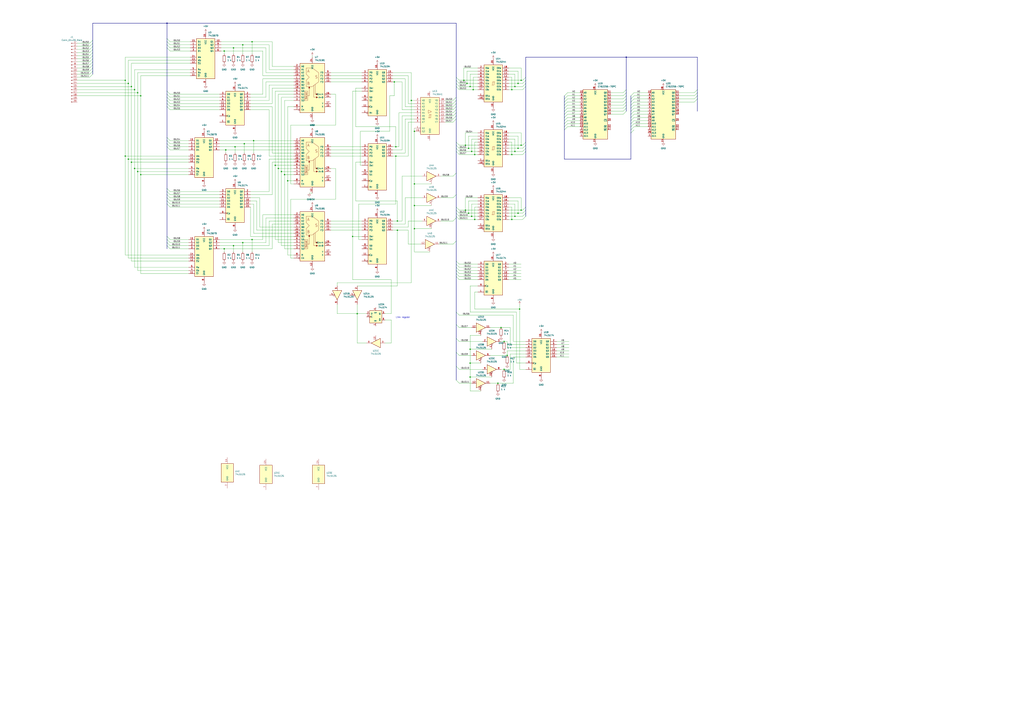
<source format=kicad_sch>
(kicad_sch (version 20211123) (generator eeschema)
  (paper "A1")
  (title_block (title "ALE PDP8 Register file") (date "2023-03-05") (rev "1") (comment 1 "Register file based PDP8"))
  (lib_symbols
    (symbol "74xx:74LS125" (pin_names (offset 1.016))
      (property "Reference" "U" (at 0 1.27 0))
      (property "Value" "74LS125" (at 0 -1.27 0))
      (symbol "74LS125_1_0"
        (pin input inverted (at 0 -6.35 90) (length 4.445) (name "~") (number "1"))
        (pin input line (at -7.62 0 0) (length 3.81) (name "~") (number "2"))
        (pin tri_state line (at 7.62 0 180) (length 3.81) (name "~") (number "3"))
      )
      (symbol "74LS125_2_0"
        (pin input inverted (at 0 -6.35 90) (length 4.445) (name "~") (number "4"))
        (pin input line (at -7.62 0 0) (length 3.81) (name "~") (number "5"))
        (pin tri_state line (at 7.62 0 180) (length 3.81) (name "~") (number "6"))
      )
      (symbol "74LS125_3_0"
        (pin input inverted (at 0 -6.35 90) (length 4.445) (name "~") (number "10"))
        (pin tri_state line (at 7.62 0 180) (length 3.81) (name "~") (number "8"))
        (pin input line (at -7.62 0 0) (length 3.81) (name "~") (number "9"))
      )
      (symbol "74LS125_4_0"
        (pin tri_state line (at 7.62 0 180) (length 3.81) (name "~") (number "11"))
        (pin input line (at -7.62 0 0) (length 3.81) (name "~") (number "12"))
        (pin input inverted (at 0 -6.35 90) (length 4.445) (name "~") (number "13"))
      )
      (symbol "74LS125_5_0"
        (pin power_in line (at 0 12.7 270) (length 5.08) (name "VCC") (number "14"))
        (pin power_in line (at 0 -12.7 90) (length 5.08) (name "GND") (number "7"))
      )
    )
    (symbol "74xx:74LS174" (pin_names (offset 1.016))
      (property "Reference" "U" (at -7.62 13.97 0))
      (property "Value" "74LS174" (at -7.62 -16.51 0))
      (symbol "74LS174_1_0"
        (pin input line (at -12.7 -12.7 0) (length 5.08) (name "~{Mr}") (number "1"))
        (pin output line (at 12.7 2.54 180) (length 5.08) (name "Q3") (number "10"))
        (pin input line (at -12.7 2.54 0) (length 5.08) (name "D3") (number "11"))
        (pin output line (at 12.7 0 180) (length 5.08) (name "Q4") (number "12"))
        (pin input line (at -12.7 0 0) (length 5.08) (name "D4") (number "13"))
        (pin input line (at -12.7 -2.54 0) (length 5.08) (name "D5") (number "14"))
        (pin output line (at 12.7 -2.54 180) (length 5.08) (name "Q5") (number "15"))
        (pin power_in line (at 0 17.78 270) (length 5.08) (name "VCC") (number "16"))
        (pin output line (at 12.7 10.16 180) (length 5.08) (name "Q0") (number "2"))
        (pin input line (at -12.7 10.16 0) (length 5.08) (name "D0") (number "3"))
        (pin input line (at -12.7 7.62 0) (length 5.08) (name "D1") (number "4"))
        (pin output line (at 12.7 7.62 180) (length 5.08) (name "Q1") (number "5"))
        (pin input line (at -12.7 5.08 0) (length 5.08) (name "D2") (number "6"))
        (pin output line (at 12.7 5.08 180) (length 5.08) (name "Q2") (number "7"))
        (pin power_in line (at 0 -20.32 90) (length 5.08) (name "GND") (number "8"))
        (pin input clock (at -12.7 -7.62 0) (length 5.08) (name "Cp") (number "9"))
      )
    )
    (symbol "74xx:74LS181" (pin_names (offset 1.016))
      (property "Reference" "U" (at -7.62 21.59 0))
      (property "Value" "74LS181" (at -7.62 -21.59 0))
      (symbol "74LS181_1_0"
        (text "A" (at -3.302 13.97 0) (effects (font (size 2.286 2.286))))
        (text "B" (at -3.302 3.81 0) (effects (font (size 2.286 2.286))))
        (text "Decod" (at -5.08 -6.35 900) (effects (font (size 1.27 1.27))))
        (text "S" (at 3.302 9.144 0) (effects (font (size 2.286 2.286))))
        (pin input line (at -15.24 7.62 0) (length 5.08) (name "B0") (number "1"))
        (pin output line (at 15.24 10.16 180) (length 5.08) (name "F1") (number "10"))
        (pin output line (at 15.24 7.62 180) (length 5.08) (name "F2") (number "11"))
        (pin power_in line (at 0 -25.4 90) (length 5.08) (name "GND") (number "12"))
        (pin output line (at 15.24 5.08 180) (length 5.08) (name "F3") (number "13"))
        (pin output line (at 15.24 -7.62 180) (length 5.08) (name "A=B") (number "14"))
        (pin output line (at 15.24 -15.24 180) (length 5.08) (name "X") (number "15"))
        (pin output inverted (at 15.24 -5.08 180) (length 5.08) (name "Cn+4") (number "16"))
        (pin output line (at 15.24 -12.7 180) (length 5.08) (name "Y") (number "17"))
        (pin input line (at -15.24 0 0) (length 5.08) (name "B3") (number "18"))
        (pin input line (at -15.24 10.16 0) (length 5.08) (name "A3") (number "19"))
        (pin input line (at -15.24 17.78 0) (length 5.08) (name "A0") (number "2"))
        (pin input line (at -15.24 2.54 0) (length 5.08) (name "B2") (number "20"))
        (pin input line (at -15.24 12.7 0) (length 5.08) (name "A2") (number "21"))
        (pin input line (at -15.24 5.08 0) (length 5.08) (name "B1") (number "22"))
        (pin input line (at -15.24 15.24 0) (length 5.08) (name "A1") (number "23"))
        (pin power_in line (at 0 25.4 270) (length 5.08) (name "VCC") (number "24"))
        (pin input line (at -15.24 -10.16 0) (length 5.08) (name "S3") (number "3"))
        (pin input line (at -15.24 -7.62 0) (length 5.08) (name "S2") (number "4"))
        (pin input line (at -15.24 -5.08 0) (length 5.08) (name "S1") (number "5"))
        (pin input line (at -15.24 -2.54 0) (length 5.08) (name "S0") (number "6"))
        (pin input inverted (at -15.24 -17.78 0) (length 5.08) (name "Cn") (number "7"))
        (pin input line (at -15.24 -15.24 0) (length 5.08) (name "M") (number "8"))
        (pin output line (at 15.24 12.7 180) (length 5.08) (name "F0") (number "9"))
      )
    )
    (symbol "74xx:74LS194" (pin_names (offset 1.016))
      (property "Reference" "U" (at -7.62 19.05 0))
      (property "Value" "74LS194" (at -7.62 -21.59 0))
      (symbol "74LS194_1_0"
        (pin input inverted (at -12.7 -17.78 0) (length 5.08) (name "Mr") (number "1"))
        (pin input line (at -12.7 -7.62 0) (length 5.08) (name "S1") (number "10"))
        (pin input clock (at -12.7 -12.7 0) (length 5.08) (name "Cp") (number "11"))
        (pin output line (at 12.7 7.62 180) (length 5.08) (name "Q3") (number "12"))
        (pin output line (at 12.7 10.16 180) (length 5.08) (name "Q2") (number "13"))
        (pin output line (at 12.7 12.7 180) (length 5.08) (name "Q1") (number "14"))
        (pin output line (at 12.7 15.24 180) (length 5.08) (name "Q0") (number "15"))
        (pin power_in line (at 0 22.86 270) (length 5.08) (name "VCC") (number "16"))
        (pin input line (at -12.7 2.54 0) (length 5.08) (name "Dsr") (number "2"))
        (pin input line (at -12.7 15.24 0) (length 5.08) (name "P0") (number "3"))
        (pin input line (at -12.7 12.7 0) (length 5.08) (name "P1") (number "4"))
        (pin input line (at -12.7 10.16 0) (length 5.08) (name "P2") (number "5"))
        (pin input line (at -12.7 7.62 0) (length 5.08) (name "P3") (number "6"))
        (pin input line (at -12.7 0 0) (length 5.08) (name "Dsl") (number "7"))
        (pin power_in line (at 0 -25.4 90) (length 5.08) (name "GND") (number "8"))
        (pin input line (at -12.7 -5.08 0) (length 5.08) (name "S0") (number "9"))
      )
    )
    (symbol "74xx:74LS244" (pin_names (offset 1.016))
      (property "Reference" "U" (at -7.62 16.51 0))
      (property "Value" "74LS244" (at -7.62 -16.51 0))
      (symbol "74LS244_1_0"
        (pin input inverted (at -12.7 -10.16 0) (length 5.08) (name "OEa") (number "1"))
        (pin power_in line (at 0 -20.32 90) (length 5.08) (name "GND") (number "10"))
        (pin input line (at -12.7 2.54 0) (length 5.08) (name "I0b") (number "11"))
        (pin tri_state line (at 12.7 5.08 180) (length 5.08) (name "O3a") (number "12"))
        (pin input line (at -12.7 0 0) (length 5.08) (name "I1b") (number "13"))
        (pin tri_state line (at 12.7 7.62 180) (length 5.08) (name "O2a") (number "14"))
        (pin input line (at -12.7 -2.54 0) (length 5.08) (name "I2b") (number "15"))
        (pin tri_state line (at 12.7 10.16 180) (length 5.08) (name "O1a") (number "16"))
        (pin input line (at -12.7 -5.08 0) (length 5.08) (name "I3b") (number "17"))
        (pin tri_state line (at 12.7 12.7 180) (length 5.08) (name "O0a") (number "18"))
        (pin input inverted (at -12.7 -12.7 0) (length 5.08) (name "OEb") (number "19"))
        (pin input line (at -12.7 12.7 0) (length 5.08) (name "I0a") (number "2"))
        (pin power_in line (at 0 20.32 270) (length 5.08) (name "VCC") (number "20"))
        (pin tri_state line (at 12.7 -5.08 180) (length 5.08) (name "O3b") (number "3"))
        (pin input line (at -12.7 10.16 0) (length 5.08) (name "I1a") (number "4"))
        (pin tri_state line (at 12.7 -2.54 180) (length 5.08) (name "O2b") (number "5"))
        (pin input line (at -12.7 7.62 0) (length 5.08) (name "I2a") (number "6"))
        (pin tri_state line (at 12.7 0 180) (length 5.08) (name "O1b") (number "7"))
        (pin input line (at -12.7 5.08 0) (length 5.08) (name "I3a") (number "8"))
        (pin tri_state line (at 12.7 2.54 180) (length 5.08) (name "O0b") (number "9"))
      )
    )
    (symbol "74xx:74LS541" (pin_names (offset 1.016))
      (property "Reference" "U" (at -7.62 16.51 0))
      (property "Value" "74LS541" (at -7.62 -16.51 0))
      (symbol "74LS541_1_0"
        (pin input inverted (at -12.7 -10.16 0) (length 5.08) (name "G1") (number "1"))
        (pin power_in line (at 0 -20.32 90) (length 5.08) (name "GND") (number "10"))
        (pin tri_state line (at 12.7 -5.08 180) (length 5.08) (name "Y7") (number "11"))
        (pin tri_state line (at 12.7 -2.54 180) (length 5.08) (name "Y6") (number "12"))
        (pin tri_state line (at 12.7 0 180) (length 5.08) (name "Y5") (number "13"))
        (pin tri_state line (at 12.7 2.54 180) (length 5.08) (name "Y4") (number "14"))
        (pin tri_state line (at 12.7 5.08 180) (length 5.08) (name "Y3") (number "15"))
        (pin tri_state line (at 12.7 7.62 180) (length 5.08) (name "Y2") (number "16"))
        (pin tri_state line (at 12.7 10.16 180) (length 5.08) (name "Y1") (number "17"))
        (pin tri_state line (at 12.7 12.7 180) (length 5.08) (name "Y0") (number "18"))
        (pin input inverted (at -12.7 -12.7 0) (length 5.08) (name "G2") (number "19"))
        (pin input line (at -12.7 12.7 0) (length 5.08) (name "A0") (number "2"))
        (pin power_in line (at 0 20.32 270) (length 5.08) (name "VCC") (number "20"))
        (pin input line (at -12.7 10.16 0) (length 5.08) (name "A1") (number "3"))
        (pin input line (at -12.7 7.62 0) (length 5.08) (name "A2") (number "4"))
        (pin input line (at -12.7 5.08 0) (length 5.08) (name "A3") (number "5"))
        (pin input line (at -12.7 2.54 0) (length 5.08) (name "A4") (number "6"))
        (pin input line (at -12.7 0 0) (length 5.08) (name "A5") (number "7"))
        (pin input line (at -12.7 -2.54 0) (length 5.08) (name "A6") (number "8"))
        (pin input line (at -12.7 -5.08 0) (length 5.08) (name "A7") (number "9"))
      )
    )
    (symbol "74xx:74LS670" (pin_names (offset 1.016))
      (property "Reference" "U" (at -7.62 16.51 0))
      (property "Value" "74LS670" (at -7.62 -19.05 0))
      (symbol "74LS670_1_0"
        (pin input line (at -12.7 10.16 0) (length 5.08) (name "D2") (number "1"))
        (pin tri_state line (at 12.7 12.7 180) (length 5.08) (name "Q1") (number "10"))
        (pin input line (at -12.7 -15.24 0) (length 5.08) (name "~{Er}") (number "11"))
        (pin input line (at -12.7 -5.08 0) (length 5.08) (name "~{Ew}") (number "12"))
        (pin input line (at -12.7 -2.54 0) (length 5.08) (name "Wb") (number "13"))
        (pin input line (at -12.7 0 0) (length 5.08) (name "Wa") (number "14"))
        (pin input line (at -12.7 12.7 0) (length 5.08) (name "D1") (number "15"))
        (pin power_in line (at 0 20.32 270) (length 5.08) (name "VCC") (number "16"))
        (pin input line (at -12.7 7.62 0) (length 5.08) (name "D3") (number "2"))
        (pin input line (at -12.7 5.08 0) (length 5.08) (name "D4") (number "3"))
        (pin input line (at -12.7 -12.7 0) (length 5.08) (name "Rb") (number "4"))
        (pin input line (at -12.7 -10.16 0) (length 5.08) (name "Ra") (number "5"))
        (pin tri_state line (at 12.7 5.08 180) (length 5.08) (name "Q4") (number "6"))
        (pin tri_state line (at 12.7 7.62 180) (length 5.08) (name "Q3") (number "7"))
        (pin power_in line (at 0 -22.86 90) (length 5.08) (name "GND") (number "8"))
        (pin tri_state line (at 12.7 10.16 180) (length 5.08) (name "Q2") (number "9"))
      )
    )
    (symbol "74xx:74LS74" (pin_names (offset 1.016))
      (property "Reference" "U" (at -7.62 8.89 0))
      (property "Value" "74LS74" (at -7.62 -8.89 0))
      (symbol "74LS74_1_0"
        (pin input line (at 0 -7.62 90) (length 2.54) (name "~{R}") (number "1"))
        (pin input line (at -7.62 2.54 0) (length 2.54) (name "D") (number "2"))
        (pin input clock (at -7.62 0 0) (length 2.54) (name "C") (number "3"))
        (pin input line (at 0 7.62 270) (length 2.54) (name "~{S}") (number "4"))
        (pin output line (at 7.62 2.54 180) (length 2.54) (name "Q") (number "5"))
        (pin output line (at 7.62 -2.54 180) (length 2.54) (name "~{Q}") (number "6"))
      )
      (symbol "74LS74_2_0"
        (pin input line (at 0 7.62 270) (length 2.54) (name "~{S}") (number "10"))
        (pin input clock (at -7.62 0 0) (length 2.54) (name "C") (number "11"))
        (pin input line (at -7.62 2.54 0) (length 2.54) (name "D") (number "12"))
        (pin input line (at 0 -7.62 90) (length 2.54) (name "~{R}") (number "13"))
        (pin output line (at 7.62 -2.54 180) (length 2.54) (name "~{Q}") (number "8"))
        (pin output line (at 7.62 2.54 180) (length 2.54) (name "Q") (number "9"))
      )
      (symbol "74LS74_3_0"
        (pin power_in line (at 0 10.16 270) (length 2.54) (name "VCC") (number "14"))
        (pin power_in line (at 0 -10.16 90) (length 2.54) (name "GND") (number "7"))
      )
    )
    (symbol "Connector:Conn_01x20_Male" (pin_names (offset 1.016) hide)
      (property "Reference" "J" (at 0 25.4 0))
      (property "Value" "Conn_01x20_Male" (at 0 -27.94 0))
      (symbol "Conn_01x20_Male_1_1"
        (pin passive line (at 5.08 22.86 180) (length 3.81) (name "Pin_1") (number "1"))
        (pin passive line (at 5.08 0 180) (length 3.81) (name "Pin_10") (number "10"))
        (pin passive line (at 5.08 -2.54 180) (length 3.81) (name "Pin_11") (number "11"))
        (pin passive line (at 5.08 -5.08 180) (length 3.81) (name "Pin_12") (number "12"))
        (pin passive line (at 5.08 -7.62 180) (length 3.81) (name "Pin_13") (number "13"))
        (pin passive line (at 5.08 -10.16 180) (length 3.81) (name "Pin_14") (number "14"))
        (pin passive line (at 5.08 -12.7 180) (length 3.81) (name "Pin_15") (number "15"))
        (pin passive line (at 5.08 -15.24 180) (length 3.81) (name "Pin_16") (number "16"))
        (pin passive line (at 5.08 -17.78 180) (length 3.81) (name "Pin_17") (number "17"))
        (pin passive line (at 5.08 -20.32 180) (length 3.81) (name "Pin_18") (number "18"))
        (pin passive line (at 5.08 -22.86 180) (length 3.81) (name "Pin_19") (number "19"))
        (pin passive line (at 5.08 20.32 180) (length 3.81) (name "Pin_2") (number "2"))
        (pin passive line (at 5.08 -25.4 180) (length 3.81) (name "Pin_20") (number "20"))
        (pin passive line (at 5.08 17.78 180) (length 3.81) (name "Pin_3") (number "3"))
        (pin passive line (at 5.08 15.24 180) (length 3.81) (name "Pin_4") (number "4"))
        (pin passive line (at 5.08 12.7 180) (length 3.81) (name "Pin_5") (number "5"))
        (pin passive line (at 5.08 10.16 180) (length 3.81) (name "Pin_6") (number "6"))
        (pin passive line (at 5.08 7.62 180) (length 3.81) (name "Pin_7") (number "7"))
        (pin passive line (at 5.08 5.08 180) (length 3.81) (name "Pin_8") (number "8"))
        (pin passive line (at 5.08 2.54 180) (length 3.81) (name "Pin_9") (number "9"))
      )
    )
    (symbol "Device:R" (pin_numbers hide) (pin_names (offset 0))
      (property "Reference" "R" (at 2.032 0 90))
      (property "Value" "R" (at 0 0 90))
      (symbol "R_1_1"
        (pin passive line (at 0 3.81 270) (length 1.27) (name "~") (number "1"))
        (pin passive line (at 0 -3.81 90) (length 1.27) (name "~") (number "2"))
      )
    )
    (symbol "Memory_RAM:CY62256-70PC"
      (property "Reference" "U" (at -10.16 20.955 0))
      (property "Value" "CY62256-70PC" (at 2.54 20.955 0))
      (symbol "CY62256-70PC_0_0"
        (pin power_in line (at 0 -22.86 90) (length 2.54) (name "GND") (number "14"))
        (pin power_in line (at 0 22.86 270) (length 2.54) (name "VCC") (number "28"))
      )
      (symbol "CY62256-70PC_1_1"
        (pin input line (at -12.7 -17.78 0) (length 2.54) (name "A14") (number "1"))
        (pin input line (at -12.7 17.78 0) (length 2.54) (name "A0") (number "10"))
        (pin tri_state line (at 12.7 17.78 180) (length 2.54) (name "Q0") (number "11"))
        (pin tri_state line (at 12.7 15.24 180) (length 2.54) (name "Q1") (number "12"))
        (pin tri_state line (at 12.7 12.7 180) (length 2.54) (name "Q2") (number "13"))
        (pin tri_state line (at 12.7 10.16 180) (length 2.54) (name "Q3") (number "15"))
        (pin tri_state line (at 12.7 7.62 180) (length 2.54) (name "Q4") (number "16"))
        (pin tri_state line (at 12.7 5.08 180) (length 2.54) (name "Q5") (number "17"))
        (pin tri_state line (at 12.7 2.54 180) (length 2.54) (name "Q6") (number "18"))
        (pin tri_state line (at 12.7 0 180) (length 2.54) (name "Q7") (number "19"))
        (pin input line (at -12.7 -12.7 0) (length 2.54) (name "A12") (number "2"))
        (pin input line (at 12.7 -5.08 180) (length 2.54) (name "~{CS}") (number "20"))
        (pin input line (at -12.7 -7.62 0) (length 2.54) (name "A10") (number "21"))
        (pin input line (at 12.7 -10.16 180) (length 2.54) (name "~{OE}") (number "22"))
        (pin input line (at -12.7 -10.16 0) (length 2.54) (name "A11") (number "23"))
        (pin input line (at -12.7 -5.08 0) (length 2.54) (name "A9") (number "24"))
        (pin input line (at -12.7 -2.54 0) (length 2.54) (name "A8") (number "25"))
        (pin input line (at -12.7 -15.24 0) (length 2.54) (name "A13") (number "26"))
        (pin input line (at 12.7 -12.7 180) (length 2.54) (name "~{WE}") (number "27"))
        (pin input line (at -12.7 0 0) (length 2.54) (name "A7") (number "3"))
        (pin input line (at -12.7 2.54 0) (length 2.54) (name "A6") (number "4"))
        (pin input line (at -12.7 5.08 0) (length 2.54) (name "A5") (number "5"))
        (pin input line (at -12.7 7.62 0) (length 2.54) (name "A4") (number "6"))
        (pin input line (at -12.7 10.16 0) (length 2.54) (name "A3") (number "7"))
        (pin input line (at -12.7 12.7 0) (length 2.54) (name "A2") (number "8"))
        (pin input line (at -12.7 15.24 0) (length 2.54) (name "A1") (number "9"))
      )
    )
    (symbol "power:+5V" (power) (pin_names (offset 0))
      (property "Value" "+5V" (at 0 3.556 0))
      (symbol "+5V_1_1"
        (pin power_in line (at 0 0 90) (length 0) hide (name "+5V") (number "1"))
      )
    )
    (symbol "power:GND" (power) (pin_names (offset 0))
      (property "Value" "GND" (at 0 -3.81 0))
      (symbol "GND_1_1"
        (pin power_in line (at 0 0 270) (length 0) hide (name "GND") (number "1"))
      )
    )
  )
  (junction (at 236.22 148.59))
  (junction (at 326.39 189.23))
  (junction (at 425.45 121.92))
  (junction (at 340.36 187.96))
  (junction (at 422.91 71.12))
  (junction (at 384.81 175.26))
  (junction (at 231.14 140.97))
  (junction (at 115.57 78.74))
  (junction (at 387.35 177.8))
  (junction (at 293.37 257.81))
  (junction (at 110.49 138.43))
  (junction (at 427.99 172.72))
  (junction (at 382.27 172.72))
  (junction (at 408.94 314.96))
  (junction (at 191.77 39.37))
  (junction (at 416.56 292.1))
  (junction (at 340.36 107.95))
  (junction (at 422.91 124.46))
  (junction (at 386.08 71.12))
  (junction (at 193.04 120.65))
  (junction (at 386.08 298.45))
  (junction (at 382.27 119.38))
  (junction (at 233.68 143.51))
  (junction (at 110.49 73.66))
  (junction (at 184.15 204.47))
  (junction (at 340.36 151.13))
  (junction (at 427.99 119.38))
  (junction (at 185.42 123.19))
  (junction (at 425.45 68.58))
  (junction (at 426.72 254))
  (junction (at 411.48 269.24))
  (junction (at 340.36 168.91))
  (junction (at 389.89 127))
  (junction (at 228.6 138.43))
  (junction (at 115.57 143.51))
  (junction (at 389.89 180.34))
  (junction (at 325.12 128.27))
  (junction (at 326.39 181.61))
  (junction (at 107.95 133.35))
  (junction (at 387.35 124.46))
  (junction (at 422.91 177.8))
  (junction (at 184.15 41.91))
  (junction (at 102.87 128.27))
  (junction (at 414.02 303.53))
  (junction (at 105.41 130.81))
  (junction (at 514.35 46.99))
  (junction (at 289.56 194.31))
  (junction (at 137.16 19.05))
  (junction (at 107.95 71.12))
  (junction (at 386.08 309.88))
  (junction (at 386.08 287.02))
  (junction (at 199.39 36.83))
  (junction (at 191.77 201.93))
  (junction (at 105.41 68.58))
  (junction (at 383.54 68.58))
  (junction (at 207.01 34.29))
  (junction (at 420.37 127))
  (junction (at 199.39 199.39))
  (junction (at 414.02 280.67))
  (junction (at 381 66.04))
  (junction (at 388.62 73.66))
  (junction (at 384.81 121.92))
  (junction (at 337.82 82.55))
  (junction (at 425.45 175.26))
  (junction (at 226.06 135.89))
  (junction (at 113.03 140.97))
  (junction (at 420.37 73.66))
  (junction (at 207.01 196.85))
  (junction (at 427.99 66.04))
  (junction (at 420.37 180.34))
  (junction (at 200.66 118.11))
  (junction (at 325.12 120.65))
  (junction (at 102.87 66.04))
  (junction (at 113.03 76.2))
  (junction (at 323.85 67.31))
  (junction (at 208.28 115.57))
  (bus_entry (at 137.16 157.48) (size 2.54 2.54))
  (bus_entry (at 137.16 80.01) (size 2.54 2.54))
  (bus_entry (at 374.65 177.8) (size 2.54 2.54))
  (bus_entry (at 520.7 91.44) (size -2.54 2.54))
  (bus_entry (at 431.8 68.58) (size -2.54 2.54))
  (bus_entry (at 374.65 219.71) (size 2.54 2.54))
  (bus_entry (at 514.35 86.36) (size -2.54 2.54))
  (bus_entry (at 466.09 96.52) (size -2.54 2.54))
  (bus_entry (at 431.8 124.46) (size -2.54 2.54))
  (bus_entry (at 374.65 217.17) (size 2.54 2.54))
  (bus_entry (at 520.7 104.14) (size -2.54 2.54))
  (bus_entry (at 374.65 97.79) (size -2.54 2.54))
  (bus_entry (at 520.7 99.06) (size -2.54 2.54))
  (bus_entry (at 466.09 78.74) (size -2.54 2.54))
  (bus_entry (at 374.65 116.84) (size 2.54 2.54))
  (bus_entry (at 520.7 101.6) (size -2.54 2.54))
  (bus_entry (at 466.09 81.28) (size -2.54 2.54))
  (bus_entry (at 374.65 175.26) (size 2.54 2.54))
  (bus_entry (at 374.65 198.12) (size -2.54 2.54))
  (bus_entry (at 431.8 66.04) (size -2.54 2.54))
  (bus_entry (at 76.2 55.88) (size -2.54 2.54))
  (bus_entry (at 466.09 101.6) (size -2.54 2.54))
  (bus_entry (at 137.16 154.94) (size 2.54 2.54))
  (bus_entry (at 137.16 87.63) (size 2.54 2.54))
  (bus_entry (at 374.65 90.17) (size -2.54 2.54))
  (bus_entry (at 431.8 121.92) (size -2.54 2.54))
  (bus_entry (at 572.77 78.74) (size -2.54 2.54))
  (bus_entry (at 431.8 170.18) (size -2.54 2.54))
  (bus_entry (at 76.2 35.56) (size -2.54 2.54))
  (bus_entry (at 374.65 289.56) (size 2.54 2.54))
  (bus_entry (at 137.16 160.02) (size 2.54 2.54))
  (bus_entry (at 520.7 76.2) (size -2.54 2.54))
  (bus_entry (at 514.35 88.9) (size -2.54 2.54))
  (bus_entry (at 514.35 78.74) (size -2.54 2.54))
  (bus_entry (at 137.16 196.85) (size 2.54 2.54))
  (bus_entry (at 466.09 91.44) (size -2.54 2.54))
  (bus_entry (at 520.7 83.82) (size -2.54 2.54))
  (bus_entry (at 374.65 300.99) (size 2.54 2.54))
  (bus_entry (at 514.35 83.82) (size -2.54 2.54))
  (bus_entry (at 76.2 43.18) (size -2.54 2.54))
  (bus_entry (at 572.77 73.66) (size -2.54 2.54))
  (bus_entry (at 76.2 48.26) (size -2.54 2.54))
  (bus_entry (at 374.65 121.92) (size 2.54 2.54))
  (bus_entry (at 466.09 104.14) (size -2.54 2.54))
  (bus_entry (at 514.35 91.44) (size -2.54 2.54))
  (bus_entry (at 76.2 40.64) (size -2.54 2.54))
  (bus_entry (at 374.65 227.33) (size 2.54 2.54))
  (bus_entry (at 137.16 199.39) (size 2.54 2.54))
  (bus_entry (at 374.65 119.38) (size 2.54 2.54))
  (bus_entry (at 374.65 278.13) (size 2.54 2.54))
  (bus_entry (at 137.16 201.93) (size 2.54 2.54))
  (bus_entry (at 431.8 116.84) (size -2.54 2.54))
  (bus_entry (at 76.2 58.42) (size -2.54 2.54))
  (bus_entry (at 374.65 160.02) (size -2.54 2.54))
  (bus_entry (at 374.65 312.42) (size 2.54 2.54))
  (bus_entry (at 137.16 118.11) (size 2.54 2.54))
  (bus_entry (at 374.65 170.18) (size 2.54 2.54))
  (bus_entry (at 76.2 45.72) (size -2.54 2.54))
  (bus_entry (at 374.65 214.63) (size 2.54 2.54))
  (bus_entry (at 374.65 82.55) (size -2.54 2.54))
  (bus_entry (at 520.7 88.9) (size -2.54 2.54))
  (bus_entry (at 374.65 87.63) (size -2.54 2.54))
  (bus_entry (at 520.7 78.74) (size -2.54 2.54))
  (bus_entry (at 137.16 31.75) (size 2.54 2.54))
  (bus_entry (at 76.2 53.34) (size -2.54 2.54))
  (bus_entry (at 374.65 224.79) (size 2.54 2.54))
  (bus_entry (at 374.65 172.72) (size 2.54 2.54))
  (bus_entry (at 137.16 113.03) (size 2.54 2.54))
  (bus_entry (at 374.65 63.5) (size 2.54 2.54))
  (bus_entry (at 137.16 39.37) (size 2.54 2.54))
  (bus_entry (at 374.65 266.7) (size 2.54 2.54))
  (bus_entry (at 431.8 63.5) (size -2.54 2.54))
  (bus_entry (at 137.16 167.64) (size 2.54 2.54))
  (bus_entry (at 137.16 165.1) (size 2.54 2.54))
  (bus_entry (at 520.7 106.68) (size -2.54 2.54))
  (bus_entry (at 137.16 162.56) (size 2.54 2.54))
  (bus_entry (at 137.16 85.09) (size 2.54 2.54))
  (bus_entry (at 137.16 34.29) (size 2.54 2.54))
  (bus_entry (at 514.35 81.28) (size -2.54 2.54))
  (bus_entry (at 431.8 172.72) (size -2.54 2.54))
  (bus_entry (at 520.7 81.28) (size -2.54 2.54))
  (bus_entry (at 137.16 194.31) (size 2.54 2.54))
  (bus_entry (at 374.65 256.54) (size 2.54 2.54))
  (bus_entry (at 76.2 50.8) (size -2.54 2.54))
  (bus_entry (at 374.65 179.07) (size -2.54 2.54))
  (bus_entry (at 431.8 177.8) (size -2.54 2.54))
  (bus_entry (at 374.65 68.58) (size 2.54 2.54))
  (bus_entry (at 76.2 38.1) (size -2.54 2.54))
  (bus_entry (at 374.65 66.04) (size 2.54 2.54))
  (bus_entry (at 137.16 74.93) (size 2.54 2.54))
  (bus_entry (at 137.16 77.47) (size 2.54 2.54))
  (bus_entry (at 572.77 76.2) (size -2.54 2.54))
  (bus_entry (at 520.7 96.52) (size -2.54 2.54))
  (bus_entry (at 137.16 36.83) (size 2.54 2.54))
  (bus_entry (at 466.09 83.82) (size -2.54 2.54))
  (bus_entry (at 466.09 86.36) (size -2.54 2.54))
  (bus_entry (at 374.65 71.12) (size 2.54 2.54))
  (bus_entry (at 431.8 119.38) (size -2.54 2.54))
  (bus_entry (at 374.65 85.09) (size -2.54 2.54))
  (bus_entry (at 137.16 120.65) (size 2.54 2.54))
  (bus_entry (at 76.2 33.02) (size -2.54 2.54))
  (bus_entry (at 514.35 73.66) (size -2.54 2.54))
  (bus_entry (at 431.8 175.26) (size -2.54 2.54))
  (bus_entry (at 137.16 115.57) (size 2.54 2.54))
  (bus_entry (at 520.7 93.98) (size -2.54 2.54))
  (bus_entry (at 431.8 71.12) (size -2.54 2.54))
  (bus_entry (at 137.16 82.55) (size 2.54 2.54))
  (bus_entry (at 374.65 222.25) (size 2.54 2.54))
  (bus_entry (at 374.65 124.46) (size 2.54 2.54))
  (bus_entry (at 374.65 92.71) (size -2.54 2.54))
  (bus_entry (at 76.2 60.96) (size -2.54 2.54))
  (bus_entry (at 466.09 99.06) (size -2.54 2.54))
  (bus_entry (at 514.35 76.2) (size -2.54 2.54))
  (bus_entry (at 374.65 95.25) (size -2.54 2.54))
  (bus_entry (at 520.7 86.36) (size -2.54 2.54))
  (bus_entry (at 466.09 93.98) (size -2.54 2.54))
  (bus_entry (at 466.09 88.9) (size -2.54 2.54))
  (bus_entry (at 374.65 80.01) (size -2.54 2.54))
  (bus_entry (at 572.77 81.28) (size -2.54 2.54))
  (bus_entry (at 374.65 142.24) (size -2.54 2.54))
  (bus_entry (at 466.09 76.2) (size -2.54 2.54))
  (wire (pts (xy 139.7 87.63) (xy 180.34 87.63)))
  (wire (pts (xy 421.64 293.37) (xy 421.64 314.96)))
  (bus (pts (xy 374.65 95.25) (xy 374.65 97.79)))
  (bus (pts (xy 374.65 175.26) (xy 374.65 177.8)))
  (wire (pts (xy 139.7 90.17) (xy 180.34 90.17)))
  (wire (pts (xy 340.36 187.96) (xy 354.33 187.96)))
  (wire (pts (xy 389.89 127) (xy 392.43 127)))
  (wire (pts (xy 422.91 124.46) (xy 429.26 124.46)))
  (wire (pts (xy 238.76 151.13) (xy 238.76 102.87)))
  (wire (pts (xy 425.45 111.76) (xy 417.83 111.76)))
  (wire (pts (xy 241.3 69.85) (xy 220.98 69.85)))
  (wire (pts (xy 335.28 181.61) (xy 335.28 186.69)))
  (wire (pts (xy 431.8 298.45) (xy 424.18 298.45)))
  (wire (pts (xy 208.28 115.57) (xy 208.28 125.73)))
  (bus (pts (xy 431.8 63.5) (xy 431.8 46.99)))
  (wire (pts (xy 360.68 200.66) (xy 372.11 200.66)))
  (wire (pts (xy 105.41 130.81) (xy 105.41 68.58)))
  (wire (pts (xy 205.74 162.56) (xy 213.36 162.56)))
  (wire (pts (xy 330.2 67.31) (xy 330.2 90.17)))
  (wire (pts (xy 466.09 96.52) (xy 476.25 96.52)))
  (wire (pts (xy 191.77 201.93) (xy 191.77 207.01)))
  (bus (pts (xy 518.16 83.82) (xy 518.16 86.36)))
  (wire (pts (xy 294.64 167.64) (xy 325.12 167.64)))
  (wire (pts (xy 389.89 180.34) (xy 392.43 180.34)))
  (bus (pts (xy 374.65 92.71) (xy 374.65 95.25)))
  (bus (pts (xy 76.2 55.88) (xy 76.2 58.42)))
  (wire (pts (xy 557.53 81.28) (xy 570.23 81.28)))
  (bus (pts (xy 514.35 73.66) (xy 514.35 76.2)))
  (wire (pts (xy 337.82 59.69) (xy 337.82 82.55)))
  (wire (pts (xy 154.94 140.97) (xy 113.03 140.97)))
  (bus (pts (xy 518.16 93.98) (xy 518.16 96.52)))
  (bus (pts (xy 137.16 162.56) (xy 137.16 165.1)))
  (wire (pts (xy 154.94 143.51) (xy 115.57 143.51)))
  (wire (pts (xy 377.19 269.24) (xy 387.35 269.24)))
  (bus (pts (xy 572.77 78.74) (xy 572.77 81.28)))
  (bus (pts (xy 137.16 115.57) (xy 137.16 118.11)))
  (bus (pts (xy 518.16 96.52) (xy 518.16 99.06)))
  (wire (pts (xy 377.19 280.67) (xy 396.24 280.67)))
  (wire (pts (xy 139.7 41.91) (xy 156.21 41.91)))
  (bus (pts (xy 518.16 99.06) (xy 518.16 101.6)))
  (wire (pts (xy 340.36 151.13) (xy 354.33 151.13)))
  (wire (pts (xy 392.43 111.76) (xy 384.81 111.76)))
  (wire (pts (xy 205.74 167.64) (xy 208.28 167.64)))
  (wire (pts (xy 228.6 199.39) (xy 241.3 199.39)))
  (wire (pts (xy 386.08 234.95) (xy 392.43 234.95)))
  (wire (pts (xy 361.95 162.56) (xy 372.11 162.56)))
  (wire (pts (xy 191.77 39.37) (xy 218.44 39.37)))
  (wire (pts (xy 392.43 58.42) (xy 383.54 58.42)))
  (wire (pts (xy 226.06 74.93) (xy 241.3 74.93)))
  (wire (pts (xy 520.7 93.98) (xy 532.13 93.98)))
  (wire (pts (xy 223.52 54.61) (xy 241.3 54.61)))
  (wire (pts (xy 386.08 256.54) (xy 386.08 234.95)))
  (bus (pts (xy 374.65 97.79) (xy 374.65 116.84)))
  (wire (pts (xy 256.54 158.75) (xy 254 158.75)))
  (wire (pts (xy 422.91 71.12) (xy 429.26 71.12)))
  (wire (pts (xy 63.5 43.18) (xy 73.66 43.18)))
  (bus (pts (xy 76.2 33.02) (xy 76.2 35.56)))
  (wire (pts (xy 388.62 73.66) (xy 392.43 73.66)))
  (wire (pts (xy 276.86 250.19) (xy 276.86 257.81)))
  (wire (pts (xy 231.14 201.93) (xy 231.14 140.97)))
  (wire (pts (xy 181.61 34.29) (xy 207.01 34.29)))
  (wire (pts (xy 110.49 219.71) (xy 154.94 219.71)))
  (wire (pts (xy 420.37 63.5) (xy 420.37 73.66)))
  (wire (pts (xy 275.59 102.87) (xy 275.59 77.47)))
  (bus (pts (xy 137.16 160.02) (xy 137.16 162.56)))
  (wire (pts (xy 105.41 68.58) (xy 63.5 68.58)))
  (wire (pts (xy 365.76 90.17) (xy 372.11 90.17)))
  (wire (pts (xy 416.56 292.1) (xy 402.59 292.1)))
  (wire (pts (xy 115.57 224.79) (xy 154.94 224.79)))
  (wire (pts (xy 223.52 160.02) (xy 205.74 160.02)))
  (wire (pts (xy 241.3 82.55) (xy 233.68 82.55)))
  (wire (pts (xy 377.19 127) (xy 389.89 127)))
  (wire (pts (xy 276.86 257.81) (xy 293.37 257.81)))
  (wire (pts (xy 326.39 189.23) (xy 335.28 189.23)))
  (wire (pts (xy 392.43 116.84) (xy 389.89 116.84)))
  (wire (pts (xy 205.74 90.17) (xy 220.98 90.17)))
  (wire (pts (xy 292.1 165.1) (xy 292.1 133.35)))
  (wire (pts (xy 381 66.04) (xy 392.43 66.04)))
  (wire (pts (xy 289.56 229.87) (xy 289.56 194.31)))
  (wire (pts (xy 297.18 186.69) (xy 271.78 186.69)))
  (wire (pts (xy 233.68 143.51) (xy 233.68 204.47)))
  (wire (pts (xy 425.45 175.26) (xy 429.26 175.26)))
  (wire (pts (xy 332.74 97.79) (xy 332.74 125.73)))
  (wire (pts (xy 63.5 40.64) (xy 73.66 40.64)))
  (wire (pts (xy 322.58 123.19) (xy 330.2 123.19)))
  (wire (pts (xy 200.66 118.11) (xy 241.3 118.11)))
  (wire (pts (xy 207.01 34.29) (xy 223.52 34.29)))
  (wire (pts (xy 241.3 151.13) (xy 238.76 151.13)))
  (bus (pts (xy 374.65 177.8) (xy 374.65 179.07)))
  (bus (pts (xy 374.65 160.02) (xy 374.65 170.18)))
  (wire (pts (xy 392.43 165.1) (xy 384.81 165.1)))
  (bus (pts (xy 374.65 266.7) (xy 374.65 278.13)))
  (wire (pts (xy 321.31 262.89) (xy 321.31 281.94)))
  (wire (pts (xy 520.7 101.6) (xy 532.13 101.6)))
  (wire (pts (xy 557.53 83.82) (xy 570.23 83.82)))
  (wire (pts (xy 384.81 111.76) (xy 384.81 121.92)))
  (bus (pts (xy 137.16 167.64) (xy 137.16 194.31)))
  (wire (pts (xy 139.7 204.47) (xy 154.94 204.47)))
  (wire (pts (xy 327.66 92.71) (xy 327.66 120.65)))
  (wire (pts (xy 193.04 120.65) (xy 241.3 120.65)))
  (wire (pts (xy 466.09 101.6) (xy 476.25 101.6)))
  (wire (pts (xy 325.12 120.65) (xy 322.58 120.65)))
  (wire (pts (xy 386.08 275.59) (xy 394.97 275.59)))
  (wire (pts (xy 377.19 219.71) (xy 392.43 219.71)))
  (bus (pts (xy 463.55 104.14) (xy 463.55 106.68)))
  (wire (pts (xy 427.99 119.38) (xy 429.26 119.38)))
  (wire (pts (xy 139.7 201.93) (xy 154.94 201.93)))
  (wire (pts (xy 466.09 88.9) (xy 476.25 88.9)))
  (wire (pts (xy 325.12 104.14) (xy 292.1 104.14)))
  (wire (pts (xy 419.1 269.24) (xy 419.1 283.21)))
  (bus (pts (xy 518.16 101.6) (xy 518.16 104.14)))
  (wire (pts (xy 520.7 104.14) (xy 532.13 104.14)))
  (wire (pts (xy 326.39 189.23) (xy 326.39 234.95)))
  (wire (pts (xy 207.01 196.85) (xy 180.34 196.85)))
  (wire (pts (xy 231.14 80.01) (xy 241.3 80.01)))
  (wire (pts (xy 236.22 87.63) (xy 241.3 87.63)))
  (wire (pts (xy 388.62 63.5) (xy 388.62 73.66)))
  (bus (pts (xy 374.65 142.24) (xy 374.65 160.02)))
  (wire (pts (xy 191.77 201.93) (xy 180.34 201.93)))
  (wire (pts (xy 386.08 287.02) (xy 386.08 298.45)))
  (wire (pts (xy 386.08 309.88) (xy 386.08 298.45)))
  (wire (pts (xy 113.03 140.97) (xy 113.03 76.2)))
  (wire (pts (xy 384.81 121.92) (xy 392.43 121.92)))
  (wire (pts (xy 425.45 165.1) (xy 417.83 165.1)))
  (wire (pts (xy 241.3 62.23) (xy 215.9 62.23)))
  (bus (pts (xy 518.16 104.14) (xy 518.16 106.68)))
  (wire (pts (xy 365.76 82.55) (xy 372.11 82.55)))
  (wire (pts (xy 241.3 212.09) (xy 238.76 212.09)))
  (bus (pts (xy 518.16 88.9) (xy 518.16 91.44)))
  (wire (pts (xy 419.1 303.53) (xy 419.1 290.83)))
  (wire (pts (xy 417.83 58.42) (xy 425.45 58.42)))
  (wire (pts (xy 501.65 78.74) (xy 511.81 78.74)))
  (wire (pts (xy 210.82 189.23) (xy 210.82 165.1)))
  (bus (pts (xy 374.65 198.12) (xy 374.65 214.63)))
  (wire (pts (xy 377.19 66.04) (xy 381 66.04)))
  (wire (pts (xy 107.95 71.12) (xy 63.5 71.12)))
  (bus (pts (xy 137.16 87.63) (xy 137.16 113.03)))
  (wire (pts (xy 392.43 170.18) (xy 389.89 170.18)))
  (wire (pts (xy 330.2 181.61) (xy 326.39 181.61)))
  (wire (pts (xy 139.7 157.48) (xy 180.34 157.48)))
  (bus (pts (xy 518.16 86.36) (xy 518.16 88.9)))
  (wire (pts (xy 139.7 77.47) (xy 180.34 77.47)))
  (wire (pts (xy 377.19 229.87) (xy 392.43 229.87)))
  (wire (pts (xy 325.12 120.65) (xy 325.12 104.14)))
  (wire (pts (xy 218.44 59.69) (xy 241.3 59.69)))
  (wire (pts (xy 427.99 162.56) (xy 417.83 162.56)))
  (wire (pts (xy 215.9 196.85) (xy 207.01 196.85)))
  (wire (pts (xy 384.81 165.1) (xy 384.81 175.26)))
  (wire (pts (xy 139.7 85.09) (xy 180.34 85.09)))
  (wire (pts (xy 365.76 85.09) (xy 372.11 85.09)))
  (wire (pts (xy 386.08 298.45) (xy 394.97 298.45)))
  (wire (pts (xy 382.27 162.56) (xy 382.27 172.72)))
  (wire (pts (xy 241.3 64.77) (xy 215.9 64.77)))
  (bus (pts (xy 374.65 124.46) (xy 374.65 142.24)))
  (wire (pts (xy 427.99 172.72) (xy 427.99 162.56)))
  (wire (pts (xy 383.54 58.42) (xy 383.54 68.58)))
  (bus (pts (xy 137.16 80.01) (xy 137.16 82.55)))
  (wire (pts (xy 386.08 309.88) (xy 403.86 309.88)))
  (wire (pts (xy 63.5 60.96) (xy 73.66 60.96)))
  (wire (pts (xy 427.99 119.38) (xy 427.99 109.22)))
  (wire (pts (xy 154.94 214.63) (xy 107.95 214.63)))
  (wire (pts (xy 426.72 254) (xy 426.72 303.53)))
  (wire (pts (xy 325.12 128.27) (xy 335.28 128.27)))
  (wire (pts (xy 228.6 138.43) (xy 228.6 199.39)))
  (bus (pts (xy 374.65 71.12) (xy 374.65 80.01)))
  (wire (pts (xy 297.18 123.19) (xy 271.78 123.19)))
  (bus (pts (xy 374.65 80.01) (xy 374.65 82.55)))
  (bus (pts (xy 572.77 81.28) (xy 572.77 91.44)))
  (wire (pts (xy 326.39 165.1) (xy 292.1 165.1)))
  (wire (pts (xy 417.83 68.58) (xy 425.45 68.58)))
  (wire (pts (xy 115.57 62.23) (xy 156.21 62.23)))
  (bus (pts (xy 463.55 99.06) (xy 463.55 101.6)))
  (wire (pts (xy 457.2 283.21) (xy 467.36 283.21)))
  (wire (pts (xy 377.19 292.1) (xy 387.35 292.1)))
  (bus (pts (xy 374.65 256.54) (xy 374.65 266.7)))
  (wire (pts (xy 205.74 194.31) (xy 205.74 170.18)))
  (bus (pts (xy 137.16 19.05) (xy 76.2 19.05)))
  (wire (pts (xy 233.68 82.55) (xy 233.68 143.51)))
  (bus (pts (xy 463.55 78.74) (xy 463.55 81.28)))
  (wire (pts (xy 208.28 115.57) (xy 241.3 115.57)))
  (wire (pts (xy 427.99 172.72) (xy 429.26 172.72)))
  (bus (pts (xy 431.8 175.26) (xy 431.8 172.72)))
  (wire (pts (xy 417.83 219.71) (xy 427.99 219.71)))
  (wire (pts (xy 241.3 77.47) (xy 228.6 77.47)))
  (wire (pts (xy 215.9 176.53) (xy 215.9 196.85)))
  (wire (pts (xy 383.54 68.58) (xy 392.43 68.58)))
  (wire (pts (xy 389.89 254) (xy 426.72 254)))
  (wire (pts (xy 207.01 196.85) (xy 207.01 207.01)))
  (wire (pts (xy 102.87 66.04) (xy 102.87 46.99)))
  (wire (pts (xy 382.27 109.22) (xy 382.27 119.38)))
  (wire (pts (xy 361.95 181.61) (xy 372.11 181.61)))
  (wire (pts (xy 241.3 189.23) (xy 210.82 189.23)))
  (bus (pts (xy 137.16 74.93) (xy 137.16 77.47)))
  (wire (pts (xy 275.59 138.43) (xy 271.78 138.43)))
  (wire (pts (xy 233.68 204.47) (xy 241.3 204.47)))
  (wire (pts (xy 154.94 130.81) (xy 105.41 130.81)))
  (wire (pts (xy 389.89 170.18) (xy 389.89 180.34)))
  (wire (pts (xy 417.83 71.12) (xy 422.91 71.12)))
  (bus (pts (xy 374.65 219.71) (xy 374.65 222.25)))
  (wire (pts (xy 337.82 82.55) (xy 337.82 232.41)))
  (wire (pts (xy 340.36 207.01) (xy 353.06 207.01)))
  (wire (pts (xy 387.35 167.64) (xy 387.35 177.8)))
  (wire (pts (xy 520.7 96.52) (xy 532.13 96.52)))
  (wire (pts (xy 466.09 86.36) (xy 476.25 86.36)))
  (wire (pts (xy 424.18 256.54) (xy 386.08 256.54)))
  (wire (pts (xy 377.19 222.25) (xy 392.43 222.25)))
  (wire (pts (xy 228.6 77.47) (xy 228.6 138.43)))
  (wire (pts (xy 320.04 78.74) (xy 320.04 107.95)))
  (wire (pts (xy 365.76 87.63) (xy 372.11 87.63)))
  (bus (pts (xy 374.65 289.56) (xy 374.65 300.99)))
  (wire (pts (xy 501.65 83.82) (xy 511.81 83.82)))
  (wire (pts (xy 241.3 194.31) (xy 205.74 194.31)))
  (wire (pts (xy 520.7 91.44) (xy 532.13 91.44)))
  (bus (pts (xy 374.65 217.17) (xy 374.65 219.71)))
  (wire (pts (xy 330.2 95.25) (xy 340.36 95.25)))
  (bus (pts (xy 463.55 96.52) (xy 463.55 99.06)))
  (wire (pts (xy 102.87 46.99) (xy 156.21 46.99)))
  (wire (pts (xy 193.04 120.65) (xy 193.04 125.73)))
  (wire (pts (xy 422.91 167.64) (xy 417.83 167.64)))
  (wire (pts (xy 417.83 177.8) (xy 422.91 177.8)))
  (bus (pts (xy 572.77 73.66) (xy 572.77 76.2)))
  (wire (pts (xy 295.91 107.95) (xy 320.04 107.95)))
  (bus (pts (xy 137.16 36.83) (xy 137.16 39.37)))
  (bus (pts (xy 431.8 170.18) (xy 431.8 124.46)))
  (wire (pts (xy 205.74 157.48) (xy 220.98 157.48)))
  (wire (pts (xy 115.57 143.51) (xy 115.57 224.79)))
  (wire (pts (xy 220.98 36.83) (xy 199.39 36.83)))
  (wire (pts (xy 241.3 57.15) (xy 220.98 57.15)))
  (wire (pts (xy 223.52 204.47) (xy 223.52 184.15)))
  (wire (pts (xy 335.28 85.09) (xy 340.36 85.09)))
  (bus (pts (xy 572.77 46.99) (xy 572.77 73.66)))
  (wire (pts (xy 241.3 133.35) (xy 223.52 133.35)))
  (bus (pts (xy 431.8 124.46) (xy 431.8 121.92)))
  (wire (pts (xy 377.19 180.34) (xy 389.89 180.34)))
  (wire (pts (xy 292.1 72.39) (xy 297.18 72.39)))
  (wire (pts (xy 421.64 314.96) (xy 408.94 314.96)))
  (wire (pts (xy 340.36 97.79) (xy 332.74 97.79)))
  (bus (pts (xy 431.8 71.12) (xy 431.8 68.58)))
  (wire (pts (xy 424.18 298.45) (xy 424.18 256.54)))
  (wire (pts (xy 417.83 55.88) (xy 427.99 55.88)))
  (wire (pts (xy 427.99 109.22) (xy 417.83 109.22)))
  (wire (pts (xy 466.09 83.82) (xy 476.25 83.82)))
  (wire (pts (xy 322.58 67.31) (xy 323.85 67.31)))
  (wire (pts (xy 215.9 77.47) (xy 205.74 77.47)))
  (wire (pts (xy 322.58 62.23) (xy 335.28 62.23)))
  (bus (pts (xy 137.16 194.31) (xy 137.16 196.85)))
  (bus (pts (xy 431.8 68.58) (xy 431.8 66.04)))
  (wire (pts (xy 420.37 73.66) (xy 429.26 73.66)))
  (wire (pts (xy 387.35 114.3) (xy 387.35 124.46)))
  (bus (pts (xy 431.8 121.92) (xy 431.8 119.38)))
  (wire (pts (xy 321.31 281.94) (xy 316.23 281.94)))
  (wire (pts (xy 377.19 303.53) (xy 396.24 303.53)))
  (wire (pts (xy 293.37 257.81) (xy 300.99 257.81)))
  (wire (pts (xy 416.56 280.67) (xy 414.02 280.67)))
  (wire (pts (xy 231.14 140.97) (xy 231.14 80.01)))
  (wire (pts (xy 466.09 76.2) (xy 476.25 76.2)))
  (wire (pts (xy 297.18 125.73) (xy 271.78 125.73)))
  (bus (pts (xy 374.65 227.33) (xy 374.65 256.54)))
  (wire (pts (xy 425.45 68.58) (xy 429.26 68.58)))
  (wire (pts (xy 275.59 77.47) (xy 271.78 77.47)))
  (wire (pts (xy 416.56 288.29) (xy 416.56 292.1)))
  (wire (pts (xy 466.09 78.74) (xy 476.25 78.74)))
  (wire (pts (xy 107.95 214.63) (xy 107.95 133.35)))
  (wire (pts (xy 220.98 57.15) (xy 220.98 36.83)))
  (bus (pts (xy 374.65 170.18) (xy 374.65 172.72)))
  (bus (pts (xy 374.65 224.79) (xy 374.65 227.33)))
  (wire (pts (xy 365.76 92.71) (xy 372.11 92.71)))
  (wire (pts (xy 466.09 93.98) (xy 476.25 93.98)))
  (wire (pts (xy 402.59 269.24) (xy 411.48 269.24)))
  (bus (pts (xy 374.65 179.07) (xy 374.65 198.12)))
  (wire (pts (xy 271.78 189.23) (xy 297.18 189.23)))
  (wire (pts (xy 417.83 60.96) (xy 422.91 60.96)))
  (wire (pts (xy 377.19 227.33) (xy 392.43 227.33)))
  (wire (pts (xy 332.74 87.63) (xy 332.74 64.77)))
  (wire (pts (xy 520.7 78.74) (xy 532.13 78.74)))
  (wire (pts (xy 139.7 34.29) (xy 156.21 34.29)))
  (wire (pts (xy 215.9 64.77) (xy 215.9 77.47)))
  (wire (pts (xy 425.45 121.92) (xy 429.26 121.92)))
  (wire (pts (xy 218.44 80.01) (xy 218.44 67.31)))
  (wire (pts (xy 346.71 181.61) (xy 335.28 181.61)))
  (wire (pts (xy 501.65 91.44) (xy 511.81 91.44)))
  (bus (pts (xy 374.65 82.55) (xy 374.65 85.09)))
  (wire (pts (xy 392.43 60.96) (xy 386.08 60.96)))
  (bus (pts (xy 463.55 93.98) (xy 463.55 96.52)))
  (wire (pts (xy 340.36 151.13) (xy 340.36 168.91)))
  (wire (pts (xy 115.57 78.74) (xy 115.57 62.23)))
  (wire (pts (xy 322.58 184.15) (xy 332.74 184.15)))
  (wire (pts (xy 184.15 41.91) (xy 215.9 41.91)))
  (wire (pts (xy 414.02 303.53) (xy 419.1 303.53)))
  (wire (pts (xy 377.19 217.17) (xy 392.43 217.17)))
  (wire (pts (xy 431.8 288.29) (xy 416.56 288.29)))
  (wire (pts (xy 156.21 52.07) (xy 107.95 52.07)))
  (wire (pts (xy 220.98 69.85) (xy 220.98 82.55)))
  (bus (pts (xy 137.16 199.39) (xy 137.16 201.93)))
  (wire (pts (xy 466.09 104.14) (xy 476.25 104.14)))
  (bus (pts (xy 76.2 40.64) (xy 76.2 43.18)))
  (bus (pts (xy 514.35 83.82) (xy 514.35 86.36)))
  (wire (pts (xy 520.7 76.2) (xy 532.13 76.2)))
  (wire (pts (xy 139.7 118.11) (xy 154.94 118.11)))
  (wire (pts (xy 199.39 36.83) (xy 199.39 44.45)))
  (bus (pts (xy 374.65 116.84) (xy 374.65 119.38)))
  (wire (pts (xy 139.7 165.1) (xy 180.34 165.1)))
  (wire (pts (xy 325.12 167.64) (xy 325.12 128.27)))
  (bus (pts (xy 76.2 53.34) (xy 76.2 55.88)))
  (bus (pts (xy 76.2 35.56) (xy 76.2 38.1)))
  (wire (pts (xy 218.44 67.31) (xy 241.3 67.31)))
  (wire (pts (xy 377.19 259.08) (xy 421.64 259.08)))
  (wire (pts (xy 184.15 41.91) (xy 184.15 44.45)))
  (bus (pts (xy 463.55 130.81) (xy 518.16 130.81)))
  (wire (pts (xy 236.22 148.59) (xy 236.22 87.63)))
  (wire (pts (xy 220.98 181.61) (xy 220.98 201.93)))
  (wire (pts (xy 377.19 175.26) (xy 384.81 175.26)))
  (bus (pts (xy 137.16 39.37) (xy 137.16 74.93)))
  (wire (pts (xy 322.58 59.69) (xy 337.82 59.69)))
  (wire (pts (xy 156.21 49.53) (xy 105.41 49.53)))
  (wire (pts (xy 387.35 124.46) (xy 392.43 124.46)))
  (wire (pts (xy 110.49 138.43) (xy 110.49 219.71)))
  (wire (pts (xy 180.34 115.57) (xy 208.28 115.57)))
  (wire (pts (xy 233.68 143.51) (xy 241.3 143.51)))
  (bus (pts (xy 431.8 119.38) (xy 431.8 116.84)))
  (wire (pts (xy 139.7 120.65) (xy 154.94 120.65)))
  (wire (pts (xy 326.39 181.61) (xy 326.39 165.1)))
  (wire (pts (xy 191.77 39.37) (xy 191.77 44.45)))
  (bus (pts (xy 374.65 121.92) (xy 374.65 124.46)))
  (wire (pts (xy 417.83 175.26) (xy 425.45 175.26)))
  (bus (pts (xy 374.65 19.05) (xy 374.65 63.5)))
  (wire (pts (xy 184.15 204.47) (xy 184.15 207.01)))
  (wire (pts (xy 210.82 165.1) (xy 205.74 165.1)))
  (bus (pts (xy 76.2 45.72) (xy 76.2 48.26)))
  (wire (pts (xy 271.78 128.27) (xy 297.18 128.27)))
  (wire (pts (xy 411.48 303.53) (xy 414.02 303.53)))
  (wire (pts (xy 466.09 91.44) (xy 476.25 91.44)))
  (wire (pts (xy 105.41 212.09) (xy 154.94 212.09)))
  (wire (pts (xy 377.19 224.79) (xy 392.43 224.79)))
  (wire (pts (xy 340.36 87.63) (xy 332.74 87.63)))
  (wire (pts (xy 392.43 63.5) (xy 388.62 63.5)))
  (wire (pts (xy 335.28 186.69) (xy 322.58 186.69)))
  (wire (pts (xy 365.76 97.79) (xy 372.11 97.79)))
  (bus (pts (xy 518.16 109.22) (xy 518.16 130.81)))
  (wire (pts (xy 386.08 71.12) (xy 392.43 71.12)))
  (wire (pts (xy 180.34 199.39) (xy 199.39 199.39)))
  (wire (pts (xy 223.52 87.63) (xy 223.52 125.73)))
  (wire (pts (xy 199.39 199.39) (xy 218.44 199.39)))
  (wire (pts (xy 422.91 177.8) (xy 429.26 177.8)))
  (wire (pts (xy 377.19 177.8) (xy 387.35 177.8)))
  (wire (pts (xy 335.28 62.23) (xy 335.28 85.09)))
  (wire (pts (xy 271.78 59.69) (xy 297.18 59.69)))
  (bus (pts (xy 431.8 116.84) (xy 431.8 71.12)))
  (wire (pts (xy 417.83 172.72) (xy 427.99 172.72)))
  (bus (pts (xy 137.16 113.03) (xy 137.16 115.57)))
  (wire (pts (xy 218.44 199.39) (xy 218.44 179.07)))
  (wire (pts (xy 326.39 181.61) (xy 322.58 181.61)))
  (wire (pts (xy 420.37 170.18) (xy 417.83 170.18)))
  (wire (pts (xy 199.39 199.39) (xy 199.39 207.01)))
  (wire (pts (xy 422.91 124.46) (xy 422.91 114.3)))
  (bus (pts (xy 374.65 19.05) (xy 137.16 19.05)))
  (wire (pts (xy 426.72 250.19) (xy 426.72 254)))
  (wire (pts (xy 63.5 35.56) (xy 73.66 35.56)))
  (wire (pts (xy 340.36 105.41) (xy 340.36 107.95)))
  (bus (pts (xy 431.8 172.72) (xy 431.8 170.18)))
  (wire (pts (xy 422.91 177.8) (xy 422.91 167.64)))
  (wire (pts (xy 520.7 86.36) (xy 532.13 86.36)))
  (wire (pts (xy 292.1 133.35) (xy 297.18 133.35)))
  (wire (pts (xy 293.37 281.94) (xy 293.37 257.81)))
  (wire (pts (xy 223.52 133.35) (xy 223.52 160.02)))
  (wire (pts (xy 200.66 118.11) (xy 200.66 125.73)))
  (wire (pts (xy 297.18 181.61) (xy 271.78 181.61)))
  (bus (pts (xy 518.16 106.68) (xy 518.16 109.22)))
  (wire (pts (xy 297.18 62.23) (xy 271.78 62.23)))
  (wire (pts (xy 63.5 63.5) (xy 73.66 63.5)))
  (bus (pts (xy 463.55 81.28) (xy 463.55 83.82)))
  (wire (pts (xy 457.2 293.37) (xy 467.36 293.37)))
  (wire (pts (xy 289.56 74.93) (xy 289.56 194.31)))
  (wire (pts (xy 218.44 39.37) (xy 218.44 59.69)))
  (wire (pts (xy 392.43 240.03) (xy 389.89 240.03)))
  (wire (pts (xy 457.2 285.75) (xy 467.36 285.75)))
  (bus (pts (xy 463.55 86.36) (xy 463.55 88.9)))
  (wire (pts (xy 275.59 163.83) (xy 275.59 138.43)))
  (wire (pts (xy 417.83 119.38) (xy 427.99 119.38)))
  (wire (pts (xy 322.58 128.27) (xy 325.12 128.27)))
  (wire (pts (xy 431.8 285.75) (xy 416.56 285.75)))
  (bus (pts (xy 137.16 165.1) (xy 137.16 167.64)))
  (wire (pts (xy 63.5 53.34) (xy 73.66 53.34)))
  (wire (pts (xy 236.22 148.59) (xy 241.3 148.59)))
  (wire (pts (xy 419.1 290.83) (xy 431.8 290.83)))
  (wire (pts (xy 466.09 99.06) (xy 476.25 99.06)))
  (wire (pts (xy 557.53 78.74) (xy 570.23 78.74)))
  (wire (pts (xy 330.2 144.78) (xy 330.2 181.61)))
  (bus (pts (xy 463.55 83.82) (xy 463.55 86.36)))
  (wire (pts (xy 220.98 157.48) (xy 220.98 130.81)))
  (wire (pts (xy 226.06 135.89) (xy 226.06 74.93)))
  (wire (pts (xy 213.36 162.56) (xy 213.36 186.69)))
  (wire (pts (xy 417.83 227.33) (xy 427.99 227.33)))
  (wire (pts (xy 340.36 168.91) (xy 354.33 168.91)))
  (bus (pts (xy 514.35 86.36) (xy 514.35 88.9)))
  (wire (pts (xy 340.36 107.95) (xy 340.36 151.13)))
  (wire (pts (xy 241.3 209.55) (xy 236.22 209.55)))
  (wire (pts (xy 226.06 196.85) (xy 226.06 135.89)))
  (bus (pts (xy 463.55 91.44) (xy 463.55 93.98)))
  (wire (pts (xy 236.22 209.55) (xy 236.22 148.59)))
  (wire (pts (xy 102.87 128.27) (xy 102.87 66.04)))
  (wire (pts (xy 218.44 179.07) (xy 241.3 179.07)))
  (wire (pts (xy 332.74 125.73) (xy 322.58 125.73)))
  (wire (pts (xy 139.7 123.19) (xy 154.94 123.19)))
  (wire (pts (xy 335.28 100.33) (xy 340.36 100.33)))
  (wire (pts (xy 238.76 212.09) (xy 238.76 163.83)))
  (wire (pts (xy 139.7 196.85) (xy 154.94 196.85)))
  (wire (pts (xy 501.65 76.2) (xy 511.81 76.2)))
  (bus (pts (xy 463.55 101.6) (xy 463.55 104.14)))
  (bus (pts (xy 514.35 76.2) (xy 514.35 78.74)))
  (wire (pts (xy 335.28 128.27) (xy 335.28 100.33)))
  (wire (pts (xy 408.94 314.96) (xy 402.59 314.96)))
  (bus (pts (xy 374.65 68.58) (xy 374.65 71.12)))
  (wire (pts (xy 417.83 127) (xy 420.37 127)))
  (wire (pts (xy 340.36 187.96) (xy 340.36 207.01)))
  (wire (pts (xy 223.52 85.09) (xy 223.52 72.39)))
  (wire (pts (xy 377.19 172.72) (xy 382.27 172.72)))
  (wire (pts (xy 238.76 102.87) (xy 275.59 102.87)))
  (wire (pts (xy 420.37 180.34) (xy 420.37 170.18)))
  (wire (pts (xy 297.18 196.85) (xy 294.64 196.85)))
  (wire (pts (xy 223.52 34.29) (xy 223.52 54.61)))
  (wire (pts (xy 394.97 321.31) (xy 386.08 321.31)))
  (wire (pts (xy 520.7 83.82) (xy 532.13 83.82)))
  (bus (pts (xy 514.35 81.28) (xy 514.35 83.82)))
  (wire (pts (xy 416.56 285.75) (xy 416.56 280.67)))
  (bus (pts (xy 374.65 119.38) (xy 374.65 121.92)))
  (bus (pts (xy 374.65 278.13) (xy 374.65 289.56)))
  (wire (pts (xy 457.2 290.83) (xy 467.36 290.83)))
  (bus (pts (xy 514.35 88.9) (xy 514.35 91.44)))
  (bus (pts (xy 137.16 34.29) (xy 137.16 36.83)))
  (wire (pts (xy 63.5 50.8) (xy 73.66 50.8)))
  (wire (pts (xy 107.95 52.07) (xy 107.95 71.12)))
  (wire (pts (xy 346.71 144.78) (xy 330.2 144.78)))
  (bus (pts (xy 514.35 46.99) (xy 514.35 73.66)))
  (wire (pts (xy 185.42 123.19) (xy 185.42 125.73)))
  (bus (pts (xy 518.16 81.28) (xy 518.16 83.82)))
  (wire (pts (xy 420.37 127) (xy 420.37 116.84)))
  (wire (pts (xy 520.7 88.9) (xy 532.13 88.9)))
  (bus (pts (xy 572.77 76.2) (xy 572.77 78.74)))
  (bus (pts (xy 514.35 46.99) (xy 572.77 46.99)))
  (wire (pts (xy 377.19 68.58) (xy 383.54 68.58)))
  (wire (pts (xy 337.82 82.55) (xy 340.36 82.55)))
  (wire (pts (xy 377.19 119.38) (xy 382.27 119.38)))
  (wire (pts (xy 205.74 85.09) (xy 223.52 85.09)))
  (wire (pts (xy 420.37 127) (xy 429.26 127)))
  (wire (pts (xy 223.52 72.39) (xy 241.3 72.39)))
  (wire (pts (xy 63.5 38.1) (xy 73.66 38.1)))
  (bus (pts (xy 374.65 63.5) (xy 374.65 66.04)))
  (wire (pts (xy 365.76 95.25) (xy 372.11 95.25)))
  (bus (pts (xy 431.8 177.8) (xy 431.8 175.26)))
  (wire (pts (xy 297.18 74.93) (xy 289.56 74.93)))
  (wire (pts (xy 417.83 121.92) (xy 425.45 121.92)))
  (wire (pts (xy 417.83 63.5) (xy 420.37 63.5)))
  (wire (pts (xy 63.5 45.72) (xy 73.66 45.72)))
  (wire (pts (xy 392.43 167.64) (xy 387.35 167.64)))
  (bus (pts (xy 463.55 88.9) (xy 463.55 91.44)))
  (wire (pts (xy 102.87 209.55) (xy 102.87 128.27)))
  (bus (pts (xy 514.35 78.74) (xy 514.35 81.28)))
  (bus (pts (xy 518.16 91.44) (xy 518.16 93.98)))
  (wire (pts (xy 417.83 180.34) (xy 420.37 180.34)))
  (wire (pts (xy 316.23 257.81) (xy 321.31 257.81)))
  (wire (pts (xy 417.83 222.25) (xy 427.99 222.25)))
  (wire (pts (xy 417.83 217.17) (xy 427.99 217.17)))
  (wire (pts (xy 411.48 280.67) (xy 414.02 280.67)))
  (wire (pts (xy 392.43 109.22) (xy 382.27 109.22)))
  (bus (pts (xy 76.2 43.18) (xy 76.2 45.72)))
  (wire (pts (xy 323.85 67.31) (xy 330.2 67.31)))
  (wire (pts (xy 271.78 184.15) (xy 297.18 184.15)))
  (bus (pts (xy 374.65 66.04) (xy 374.65 68.58)))
  (wire (pts (xy 181.61 39.37) (xy 191.77 39.37)))
  (wire (pts (xy 276.86 234.95) (xy 276.86 232.41)))
  (wire (pts (xy 205.74 87.63) (xy 223.52 87.63)))
  (bus (pts (xy 137.16 196.85) (xy 137.16 199.39)))
  (wire (pts (xy 231.14 140.97) (xy 241.3 140.97)))
  (wire (pts (xy 185.42 123.19) (xy 241.3 123.19)))
  (wire (pts (xy 382.27 119.38) (xy 392.43 119.38)))
  (wire (pts (xy 205.74 80.01) (xy 218.44 80.01)))
  (wire (pts (xy 105.41 130.81) (xy 105.41 212.09)))
  (wire (pts (xy 330.2 90.17) (xy 340.36 90.17)))
  (wire (pts (xy 105.41 49.53) (xy 105.41 68.58)))
  (wire (pts (xy 327.66 120.65) (xy 325.12 120.65)))
  (bus (pts (xy 518.16 78.74) (xy 518.16 81.28)))
  (wire (pts (xy 297.18 135.89) (xy 295.91 135.89)))
  (wire (pts (xy 139.7 36.83) (xy 156.21 36.83)))
  (bus (pts (xy 463.55 106.68) (xy 463.55 130.81)))
  (wire (pts (xy 297.18 120.65) (xy 271.78 120.65)))
  (wire (pts (xy 180.34 204.47) (xy 184.15 204.47)))
  (wire (pts (xy 340.36 92.71) (xy 327.66 92.71)))
  (wire (pts (xy 139.7 199.39) (xy 154.94 199.39)))
  (bus (pts (xy 137.16 82.55) (xy 137.16 85.09)))
  (wire (pts (xy 323.85 78.74) (xy 320.04 78.74)))
  (bus (pts (xy 137.16 154.94) (xy 137.16 157.48)))
  (wire (pts (xy 226.06 135.89) (xy 241.3 135.89)))
  (wire (pts (xy 113.03 222.25) (xy 113.03 140.97)))
  (wire (pts (xy 63.5 48.26) (xy 73.66 48.26)))
  (bus (pts (xy 374.65 172.72) (xy 374.65 175.26)))
  (wire (pts (xy 386.08 287.02) (xy 386.08 275.59)))
  (wire (pts (xy 377.19 73.66) (xy 388.62 73.66)))
  (wire (pts (xy 294.64 196.85) (xy 294.64 167.64)))
  (wire (pts (xy 107.95 133.35) (xy 107.95 71.12)))
  (wire (pts (xy 110.49 73.66) (xy 63.5 73.66)))
  (wire (pts (xy 241.3 128.27) (xy 220.98 128.27)))
  (wire (pts (xy 139.7 170.18) (xy 180.34 170.18)))
  (wire (pts (xy 180.34 123.19) (xy 185.42 123.19)))
  (wire (pts (xy 316.23 262.89) (xy 321.31 262.89)))
  (wire (pts (xy 300.99 281.94) (xy 293.37 281.94)))
  (bus (pts (xy 431.8 66.04) (xy 431.8 63.5)))
  (wire (pts (xy 361.95 144.78) (xy 372.11 144.78)))
  (wire (pts (xy 335.28 189.23) (xy 335.28 200.66)))
  (wire (pts (xy 422.91 60.96) (xy 422.91 71.12)))
  (wire (pts (xy 417.83 73.66) (xy 420.37 73.66)))
  (wire (pts (xy 156.21 57.15) (xy 110.49 57.15)))
  (wire (pts (xy 241.3 181.61) (xy 220.98 181.61)))
  (wire (pts (xy 417.83 229.87) (xy 427.99 229.87)))
  (wire (pts (xy 377.19 71.12) (xy 386.08 71.12)))
  (wire (pts (xy 501.65 93.98) (xy 511.81 93.98)))
  (wire (pts (xy 425.45 175.26) (xy 425.45 165.1)))
  (wire (pts (xy 427.99 66.04) (xy 429.26 66.04)))
  (wire (pts (xy 113.03 59.69) (xy 113.03 76.2)))
  (wire (pts (xy 386.08 287.02) (xy 403.86 287.02)))
  (wire (pts (xy 223.52 184.15) (xy 241.3 184.15)))
  (wire (pts (xy 220.98 128.27) (xy 220.98 90.17)))
  (wire (pts (xy 425.45 58.42) (xy 425.45 68.58)))
  (wire (pts (xy 365.76 100.33) (xy 372.11 100.33)))
  (bus (pts (xy 76.2 58.42) (xy 76.2 60.96)))
  (wire (pts (xy 208.28 191.77) (xy 241.3 191.77)))
  (wire (pts (xy 156.21 59.69) (xy 113.03 59.69)))
  (wire (pts (xy 389.89 240.03) (xy 389.89 254)))
  (bus (pts (xy 137.16 19.05) (xy 137.16 31.75)))
  (bus (pts (xy 137.16 120.65) (xy 137.16 154.94)))
  (wire (pts (xy 382.27 172.72) (xy 392.43 172.72)))
  (wire (pts (xy 256.54 46.99) (xy 256.54 45.72)))
  (wire (pts (xy 392.43 114.3) (xy 387.35 114.3)))
  (bus (pts (xy 137.16 77.47) (xy 137.16 80.01)))
  (wire (pts (xy 113.03 76.2) (xy 63.5 76.2)))
  (bus (pts (xy 76.2 50.8) (xy 76.2 53.34)))
  (bus (pts (xy 374.65 300.99) (xy 374.65 312.42)))
  (wire (pts (xy 332.74 64.77) (xy 322.58 64.77)))
  (bus (pts (xy 431.8 46.99) (xy 514.35 46.99)))
  (wire (pts (xy 63.5 78.74) (xy 115.57 78.74)))
  (wire (pts (xy 457.2 280.67) (xy 467.36 280.67)))
  (wire (pts (xy 154.94 209.55) (xy 102.87 209.55)))
  (wire (pts (xy 377.19 124.46) (xy 387.35 124.46)))
  (wire (pts (xy 420.37 116.84) (xy 417.83 116.84)))
  (wire (pts (xy 323.85 67.31) (xy 323.85 78.74)))
  (wire (pts (xy 326.39 234.95) (xy 293.37 234.95)))
  (wire (pts (xy 501.65 86.36) (xy 511.81 86.36)))
  (wire (pts (xy 335.28 200.66) (xy 345.44 200.66)))
  (wire (pts (xy 228.6 138.43) (xy 241.3 138.43)))
  (wire (pts (xy 220.98 82.55) (xy 205.74 82.55)))
  (wire (pts (xy 63.5 66.04) (xy 102.87 66.04)))
  (wire (pts (xy 384.81 175.26) (xy 392.43 175.26)))
  (wire (pts (xy 223.52 125.73) (xy 241.3 125.73)))
  (wire (pts (xy 276.86 232.41) (xy 337.82 232.41)))
  (bus (pts (xy 374.65 214.63) (xy 374.65 217.17)))
  (wire (pts (xy 208.28 167.64) (xy 208.28 191.77)))
  (bus (pts (xy 76.2 19.05) (xy 76.2 33.02)))
  (wire (pts (xy 154.94 222.25) (xy 113.03 222.25)))
  (wire (pts (xy 180.34 118.11) (xy 200.66 118.11)))
  (wire (pts (xy 154.94 138.43) (xy 110.49 138.43)))
  (wire (pts (xy 139.7 162.56) (xy 180.34 162.56)))
  (wire (pts (xy 332.74 184.15) (xy 332.74 162.56)))
  (bus (pts (xy 137.16 157.48) (xy 137.16 160.02)))
  (wire (pts (xy 387.35 177.8) (xy 392.43 177.8)))
  (bus (pts (xy 137.16 201.93) (xy 137.16 204.47)))
  (wire (pts (xy 184.15 204.47) (xy 223.52 204.47)))
  (wire (pts (xy 115.57 143.51) (xy 115.57 78.74)))
  (wire (pts (xy 110.49 57.15) (xy 110.49 73.66)))
  (wire (pts (xy 207.01 34.29) (xy 207.01 44.45)))
  (wire (pts (xy 213.36 186.69) (xy 241.3 186.69)))
  (wire (pts (xy 392.43 162.56) (xy 382.27 162.56)))
  (wire (pts (xy 322.58 189.23) (xy 326.39 189.23)))
  (bus (pts (xy 374.65 87.63) (xy 374.65 90.17)))
  (wire (pts (xy 321.31 257.81) (xy 321.31 229.87)))
  (wire (pts (xy 199.39 36.83) (xy 181.61 36.83)))
  (wire (pts (xy 330.2 123.19) (xy 330.2 95.25)))
  (wire (pts (xy 501.65 81.28) (xy 511.81 81.28)))
  (wire (pts (xy 386.08 321.31) (xy 386.08 309.88)))
  (wire (pts (xy 389.89 116.84) (xy 389.89 127)))
  (wire (pts (xy 392.43 55.88) (xy 381 55.88)))
  (wire (pts (xy 417.83 224.79) (xy 427.99 224.79)))
  (wire (pts (xy 63.5 55.88) (xy 73.66 55.88)))
  (wire (pts (xy 431.8 293.37) (xy 421.64 293.37)))
  (wire (pts (xy 417.83 124.46) (xy 422.91 124.46)))
  (wire (pts (xy 184.15 41.91) (xy 181.61 41.91)))
  (bus (pts (xy 137.16 118.11) (xy 137.16 120.65)))
  (wire (pts (xy 241.3 196.85) (xy 226.06 196.85)))
  (wire (pts (xy 289.56 194.31) (xy 297.18 194.31)))
  (wire (pts (xy 421.64 259.08) (xy 421.64 280.67)))
  (wire (pts (xy 293.37 257.81) (xy 293.37 250.19)))
  (wire (pts (xy 426.72 303.53) (xy 431.8 303.53)))
  (bus (pts (xy 374.65 90.17) (xy 374.65 92.71)))
  (wire (pts (xy 466.09 81.28) (xy 476.25 81.28)))
  (wire (pts (xy 411.48 269.24) (xy 419.1 269.24)))
  (wire (pts (xy 425.45 121.92) (xy 425.45 111.76)))
  (wire (pts (xy 422.91 114.3) (xy 417.83 114.3)))
  (wire (pts (xy 220.98 130.81) (xy 241.3 130.81)))
  (wire (pts (xy 295.91 135.89) (xy 295.91 107.95)))
  (wire (pts (xy 139.7 39.37) (xy 156.21 39.37)))
  (bus (pts (xy 374.65 85.09) (xy 374.65 87.63)))
  (wire (pts (xy 457.2 288.29) (xy 467.36 288.29)))
  (wire (pts (xy 241.3 201.93) (xy 231.14 201.93)))
  (bus (pts (xy 76.2 48.26) (xy 76.2 50.8)))
  (wire (pts (xy 501.65 88.9) (xy 511.81 88.9)))
  (wire (pts (xy 139.7 80.01) (xy 180.34 80.01)))
  (wire (pts (xy 241.3 176.53) (xy 215.9 176.53)))
  (wire (pts (xy 154.94 128.27) (xy 102.87 128.27)))
  (wire (pts (xy 238.76 163.83) (xy 275.59 163.83)))
  (wire (pts (xy 321.31 229.87) (xy 289.56 229.87)))
  (bus (pts (xy 137.16 85.09) (xy 137.16 87.63)))
  (wire (pts (xy 139.7 115.57) (xy 154.94 115.57)))
  (wire (pts (xy 63.5 58.42) (xy 73.66 58.42)))
  (wire (pts (xy 381 55.88) (xy 381 66.04)))
  (wire (pts (xy 419.1 283.21) (xy 431.8 283.21)))
  (wire (pts (xy 154.94 133.35) (xy 107.95 133.35)))
  (wire (pts (xy 377.19 314.96) (xy 387.35 314.96)))
  (wire (pts (xy 377.19 121.92) (xy 384.81 121.92)))
  (wire (pts (xy 420.37 180.34) (xy 429.26 180.34)))
  (wire (pts (xy 215.9 62.23) (xy 215.9 41.91)))
  (wire (pts (xy 427.99 55.88) (xy 427.99 66.04)))
  (wire (pts (xy 220.98 201.93) (xy 191.77 201.93)))
  (wire (pts (xy 332.74 162.56) (xy 346.71 162.56)))
  (wire (pts (xy 297.18 64.77) (xy 271.78 64.77)))
  (wire (pts (xy 139.7 160.02) (xy 180.34 160.02)))
  (wire (pts (xy 340.36 168.91) (xy 340.36 187.96)))
  (wire (pts (xy 417.83 66.04) (xy 427.99 66.04)))
  (bus (pts (xy 137.16 31.75) (xy 137.16 34.29)))
  (bus (pts (xy 374.65 222.25) (xy 374.65 224.79)))
  (bus (pts (xy 76.2 38.1) (xy 76.2 40.64)))
  (wire (pts (xy 557.53 76.2) (xy 570.23 76.2)))
  (wire (pts (xy 139.7 167.64) (xy 180.34 167.64)))
  (wire (pts (xy 297.18 67.31) (xy 271.78 67.31)))
  (wire (pts (xy 421.64 280.67) (xy 431.8 280.67)))
  (wire (pts (xy 386.08 60.96) (xy 386.08 71.12)))
  (wire (pts (xy 520.7 99.06) (xy 532.13 99.06)))
  (wire (pts (xy 520.7 81.28) (xy 532.13 81.28)))
  (wire (pts (xy 292.1 104.14) (xy 292.1 72.39)))
  (wire (pts (xy 180.34 120.65) (xy 193.04 120.65)))
  (wire (pts (xy 139.7 82.55) (xy 180.34 82.55)))
  (wire (pts (xy 110.49 138.43) (xy 110.49 73.66)))
  (text "Link regster\n" (at 325.12 261.62 0) (effects (font (size 1.27 1.27)) (justify left bottom)))
  (label "A1" (at 523.24 78.74 0))
  (label "IBUS3" (at 142.24 85.09 0))
  (label "IBUS9" (at 142.24 199.39 0))
  (label "IBUS5" (at 142.24 90.17 0))
  (label "A9" (at 523.24 99.06 0))
  (label "IBUS7" (at 365.76 100.33 0))
  (label "A3" (at 421.64 224.79 0))
  (label "IBUS7" (at 142.24 160.02 0))
  (label "A8" (at 469.9 96.52 0))
  (label "A3" (at 469.9 83.82 0))
  (label "IBUS0" (at 381 217.17 0))
  (label "IBUS4" (at 142.24 115.57 0))
  (label "IBUS6" (at 142.24 157.48 0))
  (label "A0" (at 421.64 217.17 0))
  (label "IBUS0" (at 381 55.88 0))
  (label "A2" (at 523.24 81.28 0))
  (label "IBUS0" (at 67.31 35.56 0))
  (label "IBUS1" (at 381 219.71 0))
  (label "A6" (at 523.24 91.44 0))
  (label "IBUS8" (at 363.22 144.78 0))
  (label "A9" (at 469.9 99.06 0))
  (label "A4" (at 421.64 227.33 0))
  (label "A6" (at 469.9 91.44 0))
  (label "A5" (at 421.64 229.87 0))
  (label "A0" (at 523.24 76.2 0))
  (label "IBUS1" (at 377.19 68.58 0))
  (label "IBUS11" (at 140.97 170.18 0))
  (label "IBUS3" (at 377.19 73.66 0))
  (label "IBUS0" (at 365.76 82.55 0))
  (label "A7" (at 461.01 283.21 0))
  (label "IBUS6" (at 377.19 124.46 0))
  (label "IBUS9" (at 377.19 175.26 0))
  (label "IBUS8" (at 382.27 162.56 0))
  (label "A1" (at 469.9 78.74 0))
  (label "IBUS8" (at 142.24 196.85 0))
  (label "IBUS10" (at 140.97 167.64 0))
  (label "IBUS5" (at 377.19 121.92 0))
  (label "IBUS8" (at 67.31 55.88 0))
  (label "IBUS3" (at 142.24 41.91 0))
  (label "A5" (at 523.24 88.9 0))
  (label "IBUS2" (at 142.24 39.37 0))
  (label "IBUS0" (at 142.24 34.29 0))
  (label "IBUS7" (at 377.19 127 0))
  (label "IBUS1" (at 365.76 85.09 0))
  (label "IBUS10" (at 378.46 303.53 0))
  (label "A5" (at 469.9 88.9 0))
  (label "A2" (at 421.64 222.25 0))
  (label "IBUS3" (at 365.76 90.17 0))
  (label "IBUS6" (at 365.76 97.79 0))
  (label "IBUS3" (at 381 224.79 0))
  (label "IBUS2" (at 365.76 87.63 0))
  (label "IBUS6" (at 142.24 120.65 0))
  (label "IBUS7" (at 67.31 53.34 0))
  (label "A10" (at 468.63 101.6 0))
  (label "IBUS0" (at 142.24 77.47 0))
  (label "IBUS10" (at 361.95 181.61 0))
  (label "IBUS3" (at 67.31 43.18 0))
  (label "A8" (at 523.24 96.52 0))
  (label "A11" (at 468.63 104.14 0))
  (label "IBUS9" (at 378.46 292.1 0))
  (label "IBUS4" (at 142.24 87.63 0))
  (label "IBUS6" (at 379.8476 258.9504 0))
  (label "IBUS10" (at 66.04 60.96 0))
  (label "IBUS11" (at 377.19 180.34 0))
  (label "IBUS4" (at 382.27 109.22 0))
  (label "IBUS5" (at 381 229.87 0))
  (label "IBUS10" (at 377.19 177.8 0))
  (label "IBUS1" (at 142.24 80.01 0))
  (label "A3" (at 523.24 83.82 0))
  (label "IBUS1" (at 67.31 38.1 0))
  (label "IBUS11" (at 66.04 63.5 0))
  (label "A9" (at 461.01 288.29 0))
  (label "A11" (at 459.74 293.37 0))
  (label "IBUS5" (at 142.24 118.11 0))
  (label "IBUS5" (at 67.31 48.26 0))
  (label "IBUS8" (at 378.46 280.67 0))
  (label "IBUS1" (at 142.24 36.83 0))
  (label "IBUS5" (at 365.76 95.25 0))
  (label "IBUS10" (at 140.97 201.93 0))
  (label "A6" (at 461.01 280.67 0))
  (label "A7" (at 523.24 93.98 0))
  (label "A0" (at 469.9 76.2 0))
  (label "IBUS8" (at 142.24 162.56 0))
  (label "IBUS7" (at 142.24 123.19 0))
  (label "IBUS2" (at 377.19 71.12 0))
  (label "A4" (at 469.9 86.36 0))
  (label "A4" (at 523.24 86.36 0))
  (label "IBUS2" (at 142.24 82.55 0))
  (label "A7" (at 469.9 93.98 0))
  (label "IBUS2" (at 67.31 40.64 0))
  (label "A10" (at 521.97 101.6 0))
  (label "IBUS9" (at 67.31 58.42 0))
  (label "IBUS4" (at 381 227.33 0))
  (label "IBUS9" (at 361.95 162.56 0))
  (label "IBUS11" (at 140.97 204.47 0))
  (label "IBUS9" (at 142.24 165.1 0))
  (label "A11" (at 521.97 104.14 0))
  (label "IBUS2" (at 381 222.25 0))
  (label "A10" (at 459.74 290.83 0))
  (label "IBUS11" (at 360.68 200.66 0))
  (label "IBUS7" (at 378.46 269.24 0))
  (label "A2" (at 469.9 81.28 0))
  (label "IBUS11" (at 378.46 314.96 0))
  (label "IBUS4" (at 365.76 92.71 0))
  (label "A8" (at 461.01 285.75 0))
  (label "A1" (at 421.64 219.71 0))
  (label "IBUS4" (at 67.31 45.72 0))
  (label "IBUS6" (at 67.31 50.8 0))
  (symbol (lib_id "power:GND") (at 488.95 116.84 0) (unit 1)
    (property "Reference" "#PWR0102" (effects hide))
    (property "Value" "GND" (at 488.95 121.92 0))
  )
  (symbol (lib_id "74xx:74LS181") (at 256.54 194.31 0) (unit 1)
    (property "Reference" "U9" (at 258.5594 168.91 0) (effects (justify left)))
    (property "Value" "74LS181" (at 258.5594 171.45 0) (effects (justify left)))
    (property "Footprint" "Package_DIP:DIP-24_W15.24mm" (effects hide))
    (property "Datasheet" "74xx/74F181.pdf" (effects hide))
  )
  (symbol (lib_id "Connector:Conn_01x20_Male") (at 58.42 58.42 0) (unit 1)
    (property "Reference" "J1" (at 59.055 30.48 0))
    (property "Value" "Conn_01x20_Male" (at 59.055 33.02 0))
  )
  (symbol (lib_id "power:GND") (at 405.13 195.58 0) (unit 1)
    (property "Reference" "#PWR0133" (effects hide))
    (property "Value" "GND" (at 405.13 200.66 0))
  )
  (symbol (lib_id "Device:R") (at 200.66 129.54 0) (unit 1)
    (property "Reference" "R9" (at 203.2 128.2699 0) (effects (justify left)))
    (property "Value" "1 k" (at 203.2 130.8099 0) (effects (justify left)))
    (property "Footprint" "Resistor_THT:R_Axial_DIN0204_L3.6mm_D1.6mm_P7.62mm_Horizontal" (effects hide))
  )
  (symbol (lib_id "74xx:74LS125") (at 308.61 281.94 180) (unit 3)
    (property "Reference" "U21" (at 308.61 288.29 0))
    (property "Value" "74LS125" (at 308.61 290.83 0))
    (property "Footprint" "Package_DIP:DIP-14_W7.62mm" (effects hide))
    (property "Datasheet" "http://www.ti.com/lit/gpn/sn74LS125" (effects hide))
  )
  (symbol (lib_id "power:+5V") (at 168.91 26.67 0) (unit 1)
    (property "Reference" "#PWR0130" (effects hide))
    (property "Value" "+5V" (at 168.91 21.59 0))
  )
  (symbol (lib_id "power:+5V") (at 426.72 250.19 0) (unit 1)
    (property "Reference" "#PWR06" (effects hide))
    (property "Value" "+5V" (at 426.72 246.38 0))
  )
  (symbol (lib_id "74xx:74LS125") (at 354.33 181.61 0) (unit 3)
    (property "Reference" "U4" (at 354.33 172.72 0))
    (property "Value" "74LS125" (at 354.33 175.26 0))
    (property "Footprint" "Package_DIP:DIP-14_W7.62mm" (effects hide))
    (property "Datasheet" "http://www.ti.com/lit/gpn/sn74LS125" (effects hide))
  )
  (symbol (lib_id "74xx:74LS181") (at 256.54 72.39 0) (unit 1)
    (property "Reference" "U7" (at 258.5594 46.99 0) (effects (justify left)))
    (property "Value" "74LS181" (at 258.5594 49.53 0) (effects (justify left)))
    (property "Footprint" "Package_DIP:DIP-24_W15.24mm" (effects hide))
    (property "Datasheet" "74xx/74F181.pdf" (effects hide))
  )
  (symbol (lib_id "74xx:74LS244") (at 405.13 121.92 0) (unit 1)
    (property "Reference" "U15" (at 407.1494 101.6 0) (effects (justify left)))
    (property "Value" "74LS244" (at 407.1494 104.14 0) (effects (justify left)))
    (property "Footprint" "Package_DIP:DIP-20_W7.62mm" (effects hide))
    (property "Datasheet" "http://www.ti.com/lit/ds/symlink/sn74ls244.pdf" (effects hide))
  )
  (symbol (lib_id "74xx:74LS181") (at 256.54 133.35 0) (unit 1)
    (property "Reference" "U8" (at 258.5594 107.95 0) (effects (justify left)))
    (property "Value" "74LS181" (at 258.5594 110.49 0) (effects (justify left)))
    (property "Footprint" "Package_DIP:DIP-24_W15.24mm" (effects hide))
    (property "Datasheet" "74xx/74F181.pdf" (effects hide))
  )
  (symbol (lib_id "74xx:74LS541") (at 353.06 95.25 0) (unit 1)
    (property "Reference" "U13" (at 355.0794 74.93 0) (effects (justify left)))
    (property "Value" "74LS541" (at 355.0794 77.47 0) (effects (justify left)))
    (property "Footprint" "Package_DIP:DIP-20_W7.62mm" (effects hide))
    (property "Datasheet" "http://www.ti.com/lit/gpn/sn74LS541" (effects hide))
  )
  (symbol (lib_id "74xx:74LS125") (at 403.86 280.67 0) (unit 1)
    (property "Reference" "U23" (at 403.86 271.78 0))
    (property "Value" "74LS125" (at 403.86 274.32 0))
    (property "Datasheet" "http://www.ti.com/lit/gpn/sn74LS125" (effects hide))
  )
  (symbol (lib_id "74xx:74LS174") (at 193.04 87.63 0) (unit 1)
    (property "Reference" "U5" (at 195.0594 69.85 0) (effects (justify left)))
    (property "Value" "74LS174" (at 195.0594 72.39 0) (effects (justify left)))
    (property "Footprint" "Package_DIP:DIP-16_W7.62mm" (effects hide))
    (property "Datasheet" "http://www.ti.com/lit/gpn/sn74LS174" (effects hide))
  )
  (symbol (lib_id "power:GND") (at 256.54 97.79 0) (unit 1)
    (property "Reference" "#PWR0147" (effects hide))
    (property "Value" "GND" (at 256.54 102.87 0))
  )
  (symbol (lib_id "74xx:74LS194") (at 309.88 74.93 0) (unit 1)
    (property "Reference" "U10" (at 311.8994 52.07 0) (effects (justify left)))
    (property "Value" "74LS194" (at 311.8994 54.61 0) (effects (justify left)))
    (property "Footprint" "Package_DIP:DIP-16_W7.62mm" (effects hide))
    (property "Datasheet" "http://www.ti.com/lit/gpn/sn74LS194" (effects hide))
  )
  (symbol (lib_id "power:GND") (at 254 158.75 0) (unit 1)
    (property "Reference" "#PWR0138" (effects hide))
    (property "Value" "GND" (at 254 163.83 0))
  )
  (symbol (lib_id "power:+5V") (at 167.64 189.23 0) (unit 1)
    (property "Reference" "#PWR0114" (effects hide))
    (property "Value" "+5V" (at 167.64 184.15 0))
  )
  (symbol (lib_id "power:+5V") (at 309.88 173.99 0) (unit 1)
    (property "Reference" "#PWR0141" (effects hide))
    (property "Value" "+5V" (at 309.88 168.91 0))
  )
  (symbol (lib_id "power:GND") (at 191.77 52.07 0) (unit 1)
    (property "Reference" "#PWR0110" (effects hide))
    (property "Value" "GND" (at 191.77 57.15 0))
  )
  (symbol (lib_id "power:GND") (at 309.88 161.29 0) (unit 1)
    (property "Reference" "#PWR0145" (effects hide))
    (property "Value" "GND" (at 309.88 166.37 0))
  )
  (symbol (lib_id "Device:R") (at 184.15 48.26 0) (unit 1)
    (property "Reference" "R1" (at 186.69 46.9899 0) (effects (justify left)))
    (property "Value" "1 k" (at 186.69 49.5299 0) (effects (justify left)))
    (property "Footprint" "Resistor_THT:R_Axial_DIN0204_L3.6mm_D1.6mm_P7.62mm_Horizontal" (effects hide))
  )
  (symbol (lib_id "74xx:74LS194") (at 309.88 196.85 0) (unit 1)
    (property "Reference" "U12" (at 311.8994 173.99 0) (effects (justify left)))
    (property "Value" "74LS194" (at 311.8994 176.53 0) (effects (justify left)))
    (property "Footprint" "Package_DIP:DIP-16_W7.62mm" (effects hide))
    (property "Datasheet" "http://www.ti.com/lit/gpn/sn74LS194" (effects hide))
  )
  (symbol (lib_id "Device:R") (at 408.94 318.77 0) (unit 1)
    (property "Reference" "R13" (at 411.48 317.4999 0) (effects (justify left)))
    (property "Value" "1 k" (at 411.48 320.0399 0) (effects (justify left)))
    (property "Footprint" "Resistor_THT:R_Axial_DIN0204_L3.6mm_D1.6mm_P7.62mm_Horizontal" (effects hide))
  )
  (symbol (lib_id "Device:R") (at 411.48 273.05 0) (unit 1)
    (property "Reference" "R14" (at 414.02 271.7799 0) (effects (justify left)))
    (property "Value" "1 k" (at 414.02 274.3199 0) (effects (justify left)))
    (property "Footprint" "Resistor_THT:R_Axial_DIN0204_L3.6mm_D1.6mm_P7.62mm_Horizontal" (effects hide))
  )
  (symbol (lib_id "74xx:74LS244") (at 405.13 68.58 0) (unit 1)
    (property "Reference" "U14" (at 407.1494 48.26 0) (effects (justify left)))
    (property "Value" "74LS244" (at 407.1494 50.8 0) (effects (justify left)))
    (property "Footprint" "Package_DIP:DIP-20_W7.62mm" (effects hide))
    (property "Datasheet" "http://www.ti.com/lit/ds/symlink/sn74ls244.pdf" (effects hide))
  )
  (symbol (lib_id "Device:R") (at 199.39 48.26 0) (unit 1)
    (property "Reference" "R7" (at 201.93 46.9899 0) (effects (justify left)))
    (property "Value" "1 k" (at 201.93 49.5299 0) (effects (justify left)))
    (property "Footprint" "Resistor_THT:R_Axial_DIN0204_L3.6mm_D1.6mm_P7.62mm_Horizontal" (effects hide))
  )
  (symbol (lib_id "power:+5V") (at 444.5 273.05 0) (unit 1)
    (property "Reference" "#PWR0137" (effects hide))
    (property "Value" "+5V" (at 444.5 267.97 0))
  )
  (symbol (lib_id "Device:R") (at 199.39 210.82 0) (unit 1)
    (property "Reference" "R8" (at 201.93 209.5499 0) (effects (justify left)))
    (property "Value" "1 k" (at 201.93 212.0899 0) (effects (justify left)))
    (property "Footprint" "Resistor_THT:R_Axial_DIN0204_L3.6mm_D1.6mm_P7.62mm_Horizontal" (effects hide))
  )
  (symbol (lib_id "74xx:74LS125") (at 218.44 389.89 0) (unit 5)
    (property "Reference" "U21" (at 224.79 388.6199 0) (effects (justify left)))
    (property "Value" "74LS125" (at 224.79 391.1599 0) (effects (justify left)))
    (property "Datasheet" "http://www.ti.com/lit/gpn/sn74LS125" (effects hide))
  )
  (symbol (lib_id "power:+5V") (at 193.04 69.85 0) (unit 1)
    (property "Reference" "#PWR0123" (effects hide))
    (property "Value" "+5V" (at 193.04 64.77 0))
  )
  (symbol (lib_id "power:GND") (at 193.04 187.96 0) (unit 1)
    (property "Reference" "#PWR0117" (effects hide))
    (property "Value" "GND" (at 193.04 193.04 0))
  )
  (symbol (lib_id "74xx:74LS125") (at 354.33 144.78 0) (unit 1)
    (property "Reference" "U4" (at 354.33 135.89 0))
    (property "Value" "74LS125" (at 354.33 138.43 0))
    (property "Footprint" "Package_DIP:DIP-14_W7.62mm" (effects hide))
    (property "Datasheet" "http://www.ti.com/lit/gpn/sn74LS125" (effects hide))
  )
  (symbol (lib_id "74xx:74LS125") (at 394.97 269.24 0) (unit 4)
    (property "Reference" "U21" (at 394.97 260.35 0))
    (property "Value" "74LS125" (at 394.97 262.89 0))
    (property "Datasheet" "http://www.ti.com/lit/gpn/sn74LS125" (effects hide))
  )
  (symbol (lib_id "power:GND") (at 309.88 222.25 0) (unit 1)
    (property "Reference" "#PWR0142" (effects hide))
    (property "Value" "GND" (at 309.88 227.33 0))
  )
  (symbol (lib_id "power:GND") (at 184.15 214.63 0) (unit 1)
    (property "Reference" "#PWR0116" (effects hide))
    (property "Value" "GND" (at 184.15 219.71 0))
  )
  (symbol (lib_id "power:+5V") (at 405.13 101.6 0) (unit 1)
    (property "Reference" "#PWR0106" (effects hide))
    (property "Value" "+5V" (at 405.13 96.52 0))
  )
  (symbol (lib_id "Device:R") (at 208.28 129.54 0) (unit 1)
    (property "Reference" "R12" (at 210.82 128.2699 0) (effects (justify left)))
    (property "Value" "1 k" (at 210.82 130.8099 0) (effects (justify left)))
    (property "Footprint" "Resistor_THT:R_Axial_DIN0204_L3.6mm_D1.6mm_P7.62mm_Horizontal" (effects hide))
  )
  (symbol (lib_id "74xx:74LS125") (at 186.69 388.62 0) (unit 5)
    (property "Reference" "U4" (at 193.04 387.3499 0) (effects (justify left)))
    (property "Value" "74LS125" (at 193.04 389.8899 0) (effects (justify left)))
    (property "Footprint" "Package_DIP:DIP-14_W7.62mm" (effects hide))
    (property "Datasheet" "http://www.ti.com/lit/gpn/sn74LS125" (effects hide))
  )
  (symbol (lib_id "power:+5V") (at 309.88 52.07 0) (unit 1)
    (property "Reference" "#PWR0148" (effects hide))
    (property "Value" "+5V" (at 309.88 46.99 0))
  )
  (symbol (lib_id "74xx:74LS670") (at 167.64 209.55 0) (unit 1)
    (property "Reference" "U2" (at 169.6594 189.23 0) (effects (justify left)))
    (property "Value" "74LS670" (at 169.6594 191.77 0) (effects (justify left)))
    (property "Footprint" "Package_DIP:DIP-16_W7.62mm" (effects hide))
    (property "Datasheet" "http://www.ti.com/lit/gpn/sn74LS670" (effects hide))
  )
  (symbol (lib_id "power:+5V") (at 544.83 71.12 0) (unit 1)
    (property "Reference" "#PWR0105" (effects hide))
    (property "Value" "+5V" (at 544.83 66.04 0))
  )
  (symbol (lib_id "74xx:74LS194") (at 309.88 135.89 0) (unit 1)
    (property "Reference" "U11" (at 311.8994 113.03 0) (effects (justify left)))
    (property "Value" "74LS194" (at 311.8994 115.57 0) (effects (justify left)))
    (property "Footprint" "Package_DIP:DIP-16_W7.62mm" (effects hide))
    (property "Datasheet" "http://www.ti.com/lit/gpn/sn74LS194" (effects hide))
  )
  (symbol (lib_id "power:GND") (at 199.39 52.07 0) (unit 1)
    (property "Reference" "#PWR0111" (effects hide))
    (property "Value" "GND" (at 199.39 57.15 0))
  )
  (symbol (lib_id "power:GND") (at 414.02 288.29 0) (unit 1)
    (property "Reference" "#PWR03" (effects hide))
    (property "Value" "GND" (at 414.02 293.37 0))
  )
  (symbol (lib_id "power:GND") (at 405.13 88.9 0) (unit 1)
    (property "Reference" "#PWR0107" (effects hide))
    (property "Value" "GND" (at 405.13 93.98 0))
  )
  (symbol (lib_id "74xx:74LS125") (at 394.97 292.1 0) (unit 2)
    (property "Reference" "U23" (at 394.97 283.21 0))
    (property "Value" "74LS125" (at 394.97 285.75 0))
    (property "Datasheet" "http://www.ti.com/lit/gpn/sn74LS125" (effects hide))
  )
  (symbol (lib_id "74xx:74LS174") (at 405.13 227.33 0) (unit 1)
    (property "Reference" "U17" (at 407.1494 209.55 0) (effects (justify left)))
    (property "Value" "74LS174" (at 407.1494 212.09 0) (effects (justify left)))
    (property "Footprint" "Package_DIP:DIP-16_W7.62mm" (effects hide))
    (property "Datasheet" "http://www.ti.com/lit/gpn/sn74LS174" (effects hide))
  )
  (symbol (lib_id "power:+5V") (at 167.64 107.95 0) (unit 1)
    (property "Reference" "#PWR0121" (effects hide))
    (property "Value" "+5V" (at 167.64 102.87 0))
  )
  (symbol (lib_id "74xx:74LS125") (at 261.62 389.89 0) (unit 5)
    (property "Reference" "U23" (at 267.97 388.6199 0) (effects (justify left)))
    (property "Value" "74LS125" (at 267.97 391.1599 0) (effects (justify left)))
    (property "Datasheet" "http://www.ti.com/lit/gpn/sn74LS125" (effects hide))
  )
  (symbol (lib_id "power:+5V") (at 405.13 154.94 0) (unit 1)
    (property "Reference" "#PWR0132" (effects hide))
    (property "Value" "+5V" (at 405.13 149.86 0))
  )
  (symbol (lib_id "power:GND") (at 193.04 133.35 0) (unit 1)
    (property "Reference" "#PWR0128" (effects hide))
    (property "Value" "GND" (at 193.04 138.43 0))
  )
  (symbol (lib_id "Device:R") (at 191.77 210.82 0) (unit 1)
    (property "Reference" "R5" (at 194.31 209.5499 0) (effects (justify left)))
    (property "Value" "1 k" (at 194.31 212.0899 0) (effects (justify left)))
    (property "Footprint" "Resistor_THT:R_Axial_DIN0204_L3.6mm_D1.6mm_P7.62mm_Horizontal" (effects hide))
  )
  (symbol (lib_id "power:GND") (at 256.54 219.71 0) (unit 1)
    (property "Reference" "#PWR0146" (effects hide))
    (property "Value" "GND" (at 256.54 224.79 0))
  )
  (symbol (lib_id "Device:R") (at 414.02 284.48 0) (unit 1)
    (property "Reference" "R15" (at 416.56 283.2099 0) (effects (justify left)))
    (property "Value" "1 k" (at 416.56 285.7499 0) (effects (justify left)))
    (property "Footprint" "Resistor_THT:R_Axial_DIN0204_L3.6mm_D1.6mm_P7.62mm_Horizontal" (effects hide))
  )
  (symbol (lib_id "power:GND") (at 184.15 52.07 0) (unit 1)
    (property "Reference" "#PWR0109" (effects hide))
    (property "Value" "GND" (at 184.15 57.15 0))
  )
  (symbol (lib_id "74xx:74LS670") (at 167.64 128.27 0) (unit 1)
    (property "Reference" "U1" (at 169.6594 107.95 0) (effects (justify left)))
    (property "Value" "74LS670" (at 169.6594 110.49 0) (effects (justify left)))
    (property "Footprint" "Package_DIP:DIP-16_W7.62mm" (effects hide))
    (property "Datasheet" "http://www.ti.com/lit/gpn/sn74LS670" (effects hide))
  )
  (symbol (lib_id "power:+5V") (at 309.88 113.03 0) (unit 1)
    (property "Reference" "#PWR0143" (effects hide))
    (property "Value" "+5V" (at 309.88 107.95 0))
  )
  (symbol (lib_id "74xx:74LS125") (at 293.37 242.57 270) (unit 1)
    (property "Reference" "U21" (at 298.45 241.2999 90) (effects (justify left)))
    (property "Value" "74LS125" (at 298.45 243.8399 90) (effects (justify left)))
    (property "Footprint" "Package_DIP:DIP-14_W7.62mm" (effects hide))
    (property "Datasheet" "http://www.ti.com/lit/gpn/sn74LS125" (effects hide))
  )
  (symbol (lib_id "Memory_RAM:CY62256-70PC") (at 488.95 93.98 0) (unit 1)
    (property "Reference" "U19" (at 490.9694 68.58 0) (effects (justify left)))
    (property "Value" "CY62256-70PC" (at 490.9694 71.12 0) (effects (justify left)))
    (property "Footprint" "Package_DIP:DIP-28_W15.24mm" (effects hide))
    (property "Datasheet" "https://ecee.colorado.edu/~mcclurel/Cypress_SRAM_CY62256.pdf" (effects hide))
  )
  (symbol (lib_id "Device:R") (at 207.01 210.82 0) (unit 1)
    (property "Reference" "R11" (at 209.55 209.5499 0) (effects (justify left)))
    (property "Value" "1 k" (at 209.55 212.0899 0) (effects (justify left)))
    (property "Footprint" "Resistor_THT:R_Axial_DIN0204_L3.6mm_D1.6mm_P7.62mm_Horizontal" (effects hide))
  )
  (symbol (lib_id "power:+5V") (at 405.13 209.55 0) (unit 1)
    (property "Reference" "#PWR0134" (effects hide))
    (property "Value" "+5V" (at 405.13 204.47 0))
  )
  (symbol (lib_id "power:+5V") (at 193.04 149.86 0) (unit 1)
    (property "Reference" "#PWR0115" (effects hide))
    (property "Value" "+5V" (at 193.04 144.78 0))
  )
  (symbol (lib_id "power:+5V") (at 256.54 45.72 0) (unit 1)
    (property "Reference" "#PWR0129" (effects hide))
    (property "Value" "+5V" (at 256.54 40.64 0))
  )
  (symbol (lib_id "power:+5V") (at 256.54 168.91 0) (unit 1)
    (property "Reference" "#PWR0140" (effects hide))
    (property "Value" "+5V" (at 256.54 163.83 0))
  )
  (symbol (lib_id "power:GND") (at 414.02 311.15 0) (unit 1)
    (property "Reference" "#PWR04" (effects hide))
    (property "Value" "GND" (at 414.02 316.23 0))
  )
  (symbol (lib_id "power:GND") (at 207.01 214.63 0) (unit 1)
    (property "Reference" "#PWR0120" (effects hide))
    (property "Value" "GND" (at 207.01 219.71 0))
  )
  (symbol (lib_id "Device:R") (at 191.77 48.26 0) (unit 1)
    (property "Reference" "R4" (at 194.31 46.9899 0) (effects (justify left)))
    (property "Value" "1 k" (at 194.31 49.5299 0) (effects (justify left)))
    (property "Footprint" "Resistor_THT:R_Axial_DIN0204_L3.6mm_D1.6mm_P7.62mm_Horizontal" (effects hide))
  )
  (symbol (lib_id "74xx:74LS125") (at 354.33 162.56 0) (unit 2)
    (property "Reference" "U4" (at 354.33 153.67 0))
    (property "Value" "74LS125" (at 354.33 156.21 0))
    (property "Footprint" "Package_DIP:DIP-14_W7.62mm" (effects hide))
    (property "Datasheet" "http://www.ti.com/lit/gpn/sn74LS125" (effects hide))
  )
  (symbol (lib_id "74xx:74LS125") (at 353.06 200.66 0) (unit 4)
    (property "Reference" "U4" (at 353.06 191.77 0))
    (property "Value" "74LS125" (at 353.06 194.31 0))
    (property "Footprint" "Package_DIP:DIP-14_W7.62mm" (effects hide))
    (property "Datasheet" "http://www.ti.com/lit/gpn/sn74LS125" (effects hide))
  )
  (symbol (lib_id "power:GND") (at 193.04 107.95 0) (unit 1)
    (property "Reference" "#PWR0127" (effects hide))
    (property "Value" "GND" (at 193.04 113.03 0))
  )
  (symbol (lib_id "power:GND") (at 309.88 100.33 0) (unit 1)
    (property "Reference" "#PWR0144" (effects hide))
    (property "Value" "GND" (at 309.88 105.41 0))
  )
  (symbol (lib_id "74xx:74LS125") (at 394.97 314.96 0) (unit 4)
    (property "Reference" "U23" (at 394.97 306.07 0))
    (property "Value" "74LS125" (at 394.97 308.61 0))
    (property "Datasheet" "http://www.ti.com/lit/gpn/sn74LS125" (effects hide))
  )
  (symbol (lib_id "Memory_RAM:CY62256-70PC") (at 544.83 93.98 0) (unit 1)
    (property "Reference" "U20" (at 546.8494 68.58 0) (effects (justify left)))
    (property "Value" "CY62256-70PC" (at 546.8494 71.12 0) (effects (justify left)))
    (property "Footprint" "Package_DIP:DIP-28_W15.24mm" (effects hide))
    (property "Datasheet" "https://ecee.colorado.edu/~mcclurel/Cypress_SRAM_CY62256.pdf" (effects hide))
  )
  (symbol (lib_id "power:GND") (at 444.5 311.15 0) (unit 1)
    (property "Reference" "#PWR0135" (effects hide))
    (property "Value" "GND" (at 444.5 316.23 0))
  )
  (symbol (lib_id "74xx:74LS125") (at 276.86 242.57 270) (unit 2)
    (property "Reference" "U21" (at 281.94 241.2999 90) (effects (justify left)))
    (property "Value" "74LS125" (at 281.94 243.8399 90) (effects (justify left)))
    (property "Footprint" "Package_DIP:DIP-14_W7.62mm" (effects hide))
    (property "Datasheet" "http://www.ti.com/lit/gpn/sn74LS125" (effects hide))
  )
  (symbol (lib_id "power:GND") (at 416.56 299.72 0) (unit 1)
    (property "Reference" "#PWR05" (effects hide))
    (property "Value" "GND" (at 416.56 304.8 0))
  )
  (symbol (lib_id "74xx:74LS74") (at 308.61 260.35 0) (unit 1)
    (property "Reference" "U22" (at 310.6294 250.19 0) (effects (justify left)))
    (property "Value" "74LS74" (at 310.6294 252.73 0) (effects (justify left)))
    (property "Footprint" "Package_DIP:DIP-14_W7.62mm" (effects hide))
    (property "Datasheet" "74xx/74hc_hct74.pdf" (effects hide))
  )
  (symbol (lib_id "Device:R") (at 184.15 210.82 0) (unit 1)
    (property "Reference" "R2" (at 186.69 209.5499 0) (effects (justify left)))
    (property "Value" "1 k" (at 186.69 212.0899 0) (effects (justify left)))
    (property "Footprint" "Resistor_THT:R_Axial_DIN0204_L3.6mm_D1.6mm_P7.62mm_Horizontal" (effects hide))
  )
  (symbol (lib_id "power:GND") (at 405.13 247.65 0) (unit 1)
    (property "Reference" "#PWR0136" (effects hide))
    (property "Value" "GND" (at 405.13 252.73 0))
  )
  (symbol (lib_id "power:GND") (at 168.91 69.85 0) (unit 1)
    (property "Reference" "#PWR0122" (effects hide))
    (property "Value" "GND" (at 168.91 74.93 0))
  )
  (symbol (lib_id "power:GND") (at 185.42 133.35 0) (unit 1)
    (property "Reference" "#PWR0124" (effects hide))
    (property "Value" "GND" (at 185.42 138.43 0))
  )
  (symbol (lib_id "power:GND") (at 191.77 214.63 0) (unit 1)
    (property "Reference" "#PWR0118" (effects hide))
    (property "Value" "GND" (at 191.77 219.71 0))
  )
  (symbol (lib_id "power:+5V") (at 256.54 107.95 0) (unit 1)
    (property "Reference" "#PWR0139" (effects hide))
    (property "Value" "+5V" (at 256.54 102.87 0))
  )
  (symbol (lib_id "74xx:74LS670") (at 168.91 46.99 0) (unit 1)
    (property "Reference" "U3" (at 170.9294 26.67 0) (effects (justify left)))
    (property "Value" "74LS670" (at 170.9294 29.21 0) (effects (justify left)))
    (property "Footprint" "Package_DIP:DIP-16_W7.62mm" (effects hide))
    (property "Datasheet" "http://www.ti.com/lit/gpn/sn74LS670" (effects hide))
  )
  (symbol (lib_id "power:GND") (at 405.13 142.24 0) (unit 1)
    (property "Reference" "#PWR0131" (effects hide))
    (property "Value" "GND" (at 405.13 147.32 0))
  )
  (symbol (lib_id "power:GND") (at 207.01 52.07 0) (unit 1)
    (property "Reference" "#PWR0112" (effects hide))
    (property "Value" "GND" (at 207.01 57.15 0))
  )
  (symbol (lib_id "74xx:74LS174") (at 444.5 290.83 0) (unit 1)
    (property "Reference" "U18" (at 446.5194 273.05 0) (effects (justify left)))
    (property "Value" "74LS174" (at 446.5194 275.59 0) (effects (justify left)))
    (property "Footprint" "Package_DIP:DIP-16_W7.62mm" (effects hide))
    (property "Datasheet" "http://www.ti.com/lit/gpn/sn74LS174" (effects hide))
  )
  (symbol (lib_id "power:+5V") (at 488.95 71.12 0) (unit 1)
    (property "Reference" "#PWR0103" (effects hide))
    (property "Value" "+5V" (at 488.95 66.04 0))
  )
  (symbol (lib_id "power:GND") (at 199.39 214.63 0) (unit 1)
    (property "Reference" "#PWR0119" (effects hide))
    (property "Value" "GND" (at 199.39 219.71 0))
  )
  (symbol (lib_id "Device:R") (at 416.56 295.91 0) (unit 1)
    (property "Reference" "R17" (at 419.1 294.6399 0) (effects (justify left)))
    (property "Value" "1 k" (at 419.1 297.1799 0) (effects (justify left)))
    (property "Footprint" "Resistor_THT:R_Axial_DIN0204_L3.6mm_D1.6mm_P7.62mm_Horizontal" (effects hide))
  )
  (symbol (lib_id "power:+5V") (at 405.13 48.26 0) (unit 1)
    (property "Reference" "#PWR0101" (effects hide))
    (property "Value" "+5V" (at 405.13 43.18 0))
  )
  (symbol (lib_id "74xx:74LS125") (at 403.86 303.53 0) (unit 3)
    (property "Reference" "U23" (at 403.86 294.64 0))
    (property "Value" "74LS125" (at 403.86 297.18 0))
    (property "Datasheet" "http://www.ti.com/lit/gpn/sn74LS125" (effects hide))
  )
  (symbol (lib_id "Device:R") (at 185.42 129.54 0) (unit 1)
    (property "Reference" "R3" (at 187.96 128.2699 0) (effects (justify left)))
    (property "Value" "1 k" (at 187.96 130.8099 0) (effects (justify left)))
    (property "Footprint" "Resistor_THT:R_Axial_DIN0204_L3.6mm_D1.6mm_P7.62mm_Horizontal" (effects hide))
  )
  (symbol (lib_id "Device:R") (at 414.02 307.34 0) (unit 1)
    (property "Reference" "R16" (at 416.56 306.0699 0) (effects (justify left)))
    (property "Value" "1 k" (at 416.56 308.6099 0) (effects (justify left)))
    (property "Footprint" "Resistor_THT:R_Axial_DIN0204_L3.6mm_D1.6mm_P7.62mm_Horizontal" (effects hide))
  )
  (symbol (lib_id "74xx:74LS174") (at 193.04 167.64 0) (unit 1)
    (property "Reference" "U6" (at 195.0594 149.86 0) (effects (justify left)))
    (property "Value" "74LS174" (at 195.0594 152.4 0) (effects (justify left)))
    (property "Footprint" "Package_DIP:DIP-16_W7.62mm" (effects hide))
    (property "Datasheet" "http://www.ti.com/lit/gpn/sn74LS174" (effects hide))
  )
  (symbol (lib_id "74xx:74LS244") (at 405.13 175.26 0) (unit 1)
    (property "Reference" "U16" (at 407.1494 154.94 0) (effects (justify left)))
    (property "Value" "74LS244" (at 407.1494 157.48 0) (effects (justify left)))
    (property "Footprint" "Package_DIP:DIP-20_W7.62mm" (effects hide))
    (property "Datasheet" "http://www.ti.com/lit/ds/symlink/sn74ls244.pdf" (effects hide))
  )
  (symbol (lib_id "power:GND") (at 200.66 133.35 0) (unit 1)
    (property "Reference" "#PWR0126" (effects hide))
    (property "Value" "GND" (at 200.66 138.43 0))
  )
  (symbol (lib_id "power:GND") (at 411.48 276.86 0) (unit 1)
    (property "Reference" "#PWR02" (effects hide))
    (property "Value" "GND" (at 411.48 281.94 0))
  )
  (symbol (lib_id "power:GND") (at 167.64 151.13 0) (unit 1)
    (property "Reference" "#PWR0113" (effects hide))
    (property "Value" "GND" (at 167.64 156.21 0))
  )
  (symbol (lib_id "Device:R") (at 193.04 129.54 0) (unit 1)
    (property "Reference" "R6" (at 195.58 128.2699 0) (effects (justify left)))
    (property "Value" "1 k" (at 195.58 130.8099 0) (effects (justify left)))
    (property "Footprint" "Resistor_THT:R_Axial_DIN0204_L3.6mm_D1.6mm_P7.62mm_Horizontal" (effects hide))
  )
  (symbol (lib_id "power:GND") (at 167.64 232.41 0) (unit 1)
    (property "Reference" "#PWR0108" (effects hide))
    (property "Value" "GND" (at 167.64 237.49 0))
  )
  (symbol (lib_id "power:GND") (at 544.83 116.84 0) (unit 1)
    (property "Reference" "#PWR0104" (effects hide))
    (property "Value" "GND" (at 544.83 121.92 0))
  )
  (symbol (lib_id "Device:R") (at 207.01 48.26 0) (unit 1)
    (property "Reference" "R10" (at 209.55 46.9899 0) (effects (justify left)))
    (property "Value" "1 k" (at 209.55 49.5299 0) (effects (justify left)))
    (property "Footprint" "Resistor_THT:R_Axial_DIN0204_L3.6mm_D1.6mm_P7.62mm_Horizontal" (effects hide))
  )
  (symbol (lib_id "power:GND") (at 208.28 133.35 0) (unit 1)
    (property "Reference" "#PWR0125" (effects hide))
    (property "Value" "GND" (at 208.28 138.43 0))
  )
  (symbol (lib_id "power:GND") (at 408.94 322.58 0) (unit 1)
    (property "Reference" "#PWR01" (effects hide))
    (property "Value" "GND" (at 408.94 327.66 0))
  )
)
</source>
